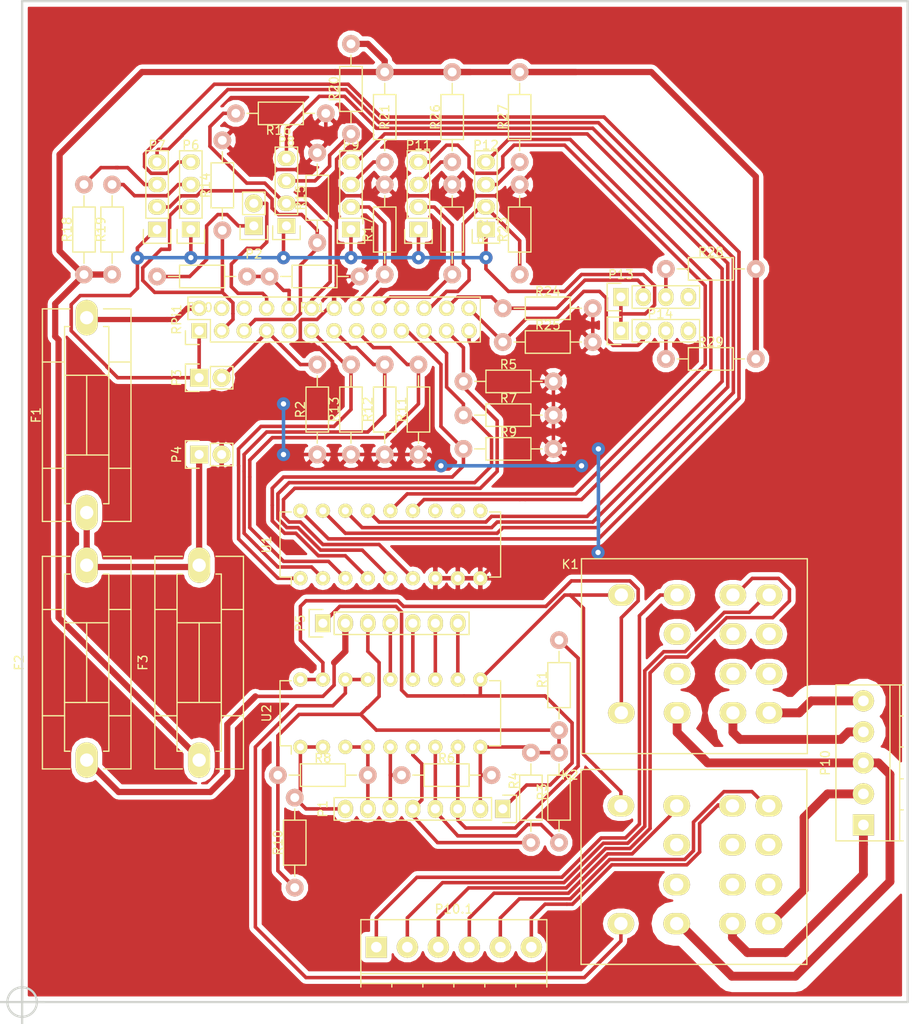
<source format=kicad_pcb>
(kicad_pcb (version 4) (host pcbnew 4.0.2+dfsg1-stable)
  (layers (0 F.Cu signal) (31 B.Cu signal) (34 B.Paste user) (35 F.Paste user) (36 B.SilkS user) (37 F.SilkS user) (38 B.Mask user) (39 F.Mask user) (44 Edge.Cuts user))
  (net 0 "")
  (net 1 "Net-(F1-Pad2)")
  (net 2 "Net-(F1-Pad1)")
  (net 3 "Net-(F2-Pad1)")
  (net 4 "Net-(F3-Pad1)")
  (net 5 "Net-(K1-Pad8)")
  (net 6 "Net-(K1-Pad9)")
  (net 7 "Net-(K1-Pad12)")
  (net 8 "Net-(K1-Pad13)")
  (net 9 "Net-(K1-Pad14)")
  (net 10 "Net-(K2-Pad8)")
  (net 11 "Net-(K2-Pad12)")
  (net 12 "Net-(K2-Pad13)")
  (net 13 "Net-(P1-Pad2)")
  (net 14 "Net-(P1-Pad3)")
  (net 15 "Net-(P1-Pad4)")
  (net 16 "Net-(P1-Pad5)")
  (net 17 "Net-(P1-Pad6)")
  (net 18 "Net-(P2-Pad1)")
  (net 19 "Net-(P2-Pad2)")
  (net 20 "Net-(P11-Pad1)")
  (net 21 "Net-(P3-Pad2)")
  (net 22 "Net-(P4-Pad2)")
  (net 23 "Net-(P5-Pad4)")
  (net 24 "Net-(P5-Pad5)")
  (net 25 "Net-(P5-Pad6)")
  (net 26 "Net-(P5-Pad7)")
  (net 27 "Net-(P6-Pad2)")
  (net 28 "Net-(P6-Pad3)")
  (net 29 "Net-(P6-Pad4)")
  (net 30 "Net-(P7-Pad2)")
  (net 31 "Net-(P7-Pad3)")
  (net 32 "Net-(P7-Pad4)")
  (net 33 "Net-(P8-Pad2)")
  (net 34 "Net-(P8-Pad3)")
  (net 35 "Net-(P8-Pad4)")
  (net 36 "Net-(P9-Pad2)")
  (net 37 "Net-(P9-Pad3)")
  (net 38 "Net-(P9-Pad4)")
  (net 39 "Net-(K1-Pad1)")
  (net 40 "Net-(K1-Pad5)")
  (net 41 "Net-(K2-Pad1)")
  (net 42 "Net-(K2-Pad5)")
  (net 43 "Net-(K1-Pad4)")
  (net 44 "Net-(K2-Pad4)")
  (net 45 "Net-(P11-Pad2)")
  (net 46 "Net-(P12-Pad2)")
  (net 47 "Net-(P13-Pad2)")
  (net 48 "Net-(P14-Pad2)")
  (net 49 "Net-(R5-Pad2)")
  (net 50 "Net-(R7-Pad2)")
  (net 51 "Net-(P1-Pad7)")
  (net 52 "Net-(R9-Pad2)")
  (net 53 "Net-(P1-Pad8)")
  (net 54 "Net-(R11-Pad2)")
  (net 55 "Net-(R12-Pad2)")
  (net 56 "Net-(R13-Pad2)")
  (net 57 "Net-(P11-Pad3)")
  (net 58 "Net-(P12-Pad3)")
  (net 59 "Net-(P13-Pad3)")
  (net 60 "Net-(P14-Pad3)")
  (net 61 "Net-(RPi1-Pad4)")
  (net 62 "Net-(RPi1-Pad9)")
  (net 63 "Net-(RPi1-Pad17)")
  (net 64 "Net-(RPi1-Pad20)")
  (net 65 "Net-(U1-Pad10)")
  (net 66 "Net-(U1-Pad11)")
  (net 67 "Net-(U1-Pad12)")
  (net 68 "Net-(P12-Pad4)")
  (net 69 "Net-(P11-Pad4)")
  (net 70 "Net-(P13-Pad4)")
  (net 71 "Net-(P14-Pad4)")
  (net 72 "Net-(R30-Pad1)")
  (net 73 "Net-(RPi1-Pad6)")
  (module Pin_Headers:Pin_Header_Straight_1x04 (layer F.Cu) (at 42.24 57.785 180)
    (fp_text reference P7 (at 0 9.525 180) (layer F.SilkS))
    (fp_text value CONN_TV_Zk)
    (pad 1 thru_hole rect (at 0 0 180) (size 2.032 1.7272) (drill 1.016) (layers *.Cu *.Mask F.SilkS) (net 20 "Net-(P11-Pad1)"))
    (pad 2 thru_hole oval (at 0 2.54 180) (size 2.032 1.7272) (drill 1.016) (layers *.Cu *.Mask F.SilkS) (net 30 "Net-(P7-Pad2)"))
    (pad 3 thru_hole oval (at 0 5.08 180) (size 2.032 1.7272) (drill 1.016) (layers *.Cu *.Mask F.SilkS) (net 31 "Net-(P7-Pad3)"))
    (pad 4 thru_hole oval (at 0 7.62 180) (size 2.032 1.7272) (drill 1.016) (layers *.Cu *.Mask F.SilkS) (net 32 "Net-(P7-Pad4)"))
  )
  (module Resistors_ThroughHole:Resistor_Horizontal_RM10mm (layer F.Cu) (at 37.16 52.705 270)
    (fp_text reference R18 (at 5.08 5.08 270) (layer F.SilkS))
    (fp_text value R240)
    (pad 1 thru_hole circle (at 0 0 270) (size 1.99898 1.99898) (drill 1.00076) (layers *.Cu *.SilkS *.Mask) (net 28 "Net-(P6-Pad3)"))
    (pad 2 thru_hole circle (at 10.16 0 270) (size 1.99898 1.99898) (drill 1.00076) (layers *.Cu *.SilkS *.Mask) (net 4 "Net-(F3-Pad1)"))
  )
  (module Resistors_ThroughHole:Resistor_Horizontal_RM10mm (layer F.Cu) (at 33.985 52.705 270)
    (fp_text reference R19 (at 5.08 -1.905 270) (layer F.SilkS))
    (fp_text value R240)
    (pad 1 thru_hole circle (at 0 0 270) (size 1.99898 1.99898) (drill 1.00076) (layers *.Cu *.SilkS *.Mask) (net 31 "Net-(P7-Pad3)"))
    (pad 2 thru_hole circle (at 10.16 0 270) (size 1.99898 1.99898) (drill 1.00076) (layers *.Cu *.SilkS *.Mask) (net 4 "Net-(F3-Pad1)"))
  )
  (module Pin_Headers:Pin_Header_Straight_1x04 (layer F.Cu) (at 46.05 57.785 180)
    (fp_text reference P6 (at 0 9.525 180) (layer F.SilkS))
    (fp_text value CONN_TV_Vr)
    (pad 1 thru_hole rect (at 0 0 180) (size 2.032 1.7272) (drill 1.016) (layers *.Cu *.Mask F.SilkS) (net 20 "Net-(P11-Pad1)"))
    (pad 2 thru_hole oval (at 0 2.54 180) (size 2.032 1.7272) (drill 1.016) (layers *.Cu *.Mask F.SilkS) (net 27 "Net-(P6-Pad2)"))
    (pad 3 thru_hole oval (at 0 5.08 180) (size 2.032 1.7272) (drill 1.016) (layers *.Cu *.Mask F.SilkS) (net 28 "Net-(P6-Pad3)"))
    (pad 4 thru_hole oval (at 0 7.62 180) (size 2.032 1.7272) (drill 1.016) (layers *.Cu *.Mask F.SilkS) (net 29 "Net-(P6-Pad4)"))
  )
  (module Pin_Headers:Pin_Header_Straight_1x02 (layer F.Cu) (at 46.99 74.515 90)
    (fp_text reference P3 (at 0 -2.54 90) (layer F.SilkS))
    (fp_text value CONN_Not-Aus)
    (pad 1 thru_hole rect (at 0 0 90) (size 2.032 2.032) (drill 1.016) (layers *.Cu *.Mask F.SilkS) (net 20 "Net-(P11-Pad1)"))
    (pad 2 thru_hole oval (at 0 2.54 90) (size 2.032 2.032) (drill 1.016) (layers *.Cu *.Mask F.SilkS) (net 21 "Net-(P3-Pad2)"))
  )
  (module Pin_Headers:Pin_Header_Straight_2x13 (layer F.Cu) (at 46.99 69.215 90)
    (fp_text reference RPi1 (at 1.27 -2.54 90) (layer F.SilkS))
    (fp_text value RASPBERRY_IO)
    (pad 1 thru_hole rect (at 0 0 90) (size 1.7272 1.7272) (drill 1.016) (layers *.Cu *.Mask F.SilkS) (net 20 "Net-(P11-Pad1)"))
    (pad 2 thru_hole oval (at 2.54 0 90) (size 1.7272 1.7272) (drill 1.016) (layers *.Cu *.Mask F.SilkS) (net 1 "Net-(F1-Pad2)"))
    (pad 3 thru_hole oval (at 0 2.54 90) (size 1.7272 1.7272) (drill 1.016) (layers *.Cu *.Mask F.SilkS) (net 27 "Net-(P6-Pad2)"))
    (pad 4 thru_hole oval (at 2.54 2.54 90) (size 1.7272 1.7272) (drill 1.016) (layers *.Cu *.Mask F.SilkS) (net 61 "Net-(RPi1-Pad4)"))
    (pad 5 thru_hole oval (at 0 5.08 90) (size 1.7272 1.7272) (drill 1.016) (layers *.Cu *.Mask F.SilkS) (net 30 "Net-(P7-Pad2)"))
    (pad 6 thru_hole oval (at 2.54 5.08 90) (size 1.7272 1.7272) (drill 1.016) (layers *.Cu *.Mask F.SilkS) (net 73 "Net-(RPi1-Pad6)"))
    (pad 7 thru_hole oval (at 0 7.62 90) (size 1.7272 1.7272) (drill 1.016) (layers *.Cu *.Mask F.SilkS) (net 21 "Net-(P3-Pad2)"))
    (pad 8 thru_hole oval (at 2.54 7.62 90) (size 1.7272 1.7272) (drill 1.016) (layers *.Cu *.Mask F.SilkS) (net 19 "Net-(P2-Pad2)"))
    (pad 9 thru_hole oval (at 0 10.16 90) (size 1.7272 1.7272) (drill 1.016) (layers *.Cu *.Mask F.SilkS) (net 62 "Net-(RPi1-Pad9)"))
    (pad 10 thru_hole oval (at 2.54 10.16 90) (size 1.7272 1.7272) (drill 1.016) (layers *.Cu *.Mask F.SilkS) (net 72 "Net-(R30-Pad1)"))
    (pad 11 thru_hole oval (at 0 12.7 90) (size 1.7272 1.7272) (drill 1.016) (layers *.Cu *.Mask F.SilkS) (net 56 "Net-(R13-Pad2)"))
    (pad 12 thru_hole oval (at 2.54 12.7 90) (size 1.7272 1.7272) (drill 1.016) (layers *.Cu *.Mask F.SilkS) (net 33 "Net-(P8-Pad2)"))
    (pad 13 thru_hole oval (at 0 15.24 90) (size 1.7272 1.7272) (drill 1.016) (layers *.Cu *.Mask F.SilkS) (net 55 "Net-(R12-Pad2)"))
    (pad 14 thru_hole oval (at 2.54 15.24 90) (size 1.7272 1.7272) (drill 1.016) (layers *.Cu *.Mask F.SilkS) (net 22 "Net-(P4-Pad2)"))
    (pad 15 thru_hole oval (at 0 17.78 90) (size 1.7272 1.7272) (drill 1.016) (layers *.Cu *.Mask F.SilkS) (net 54 "Net-(R11-Pad2)"))
    (pad 16 thru_hole oval (at 2.54 17.78 90) (size 1.7272 1.7272) (drill 1.016) (layers *.Cu *.Mask F.SilkS) (net 36 "Net-(P9-Pad2)"))
    (pad 17 thru_hole oval (at 0 20.32 90) (size 1.7272 1.7272) (drill 1.016) (layers *.Cu *.Mask F.SilkS) (net 63 "Net-(RPi1-Pad17)"))
    (pad 18 thru_hole oval (at 2.54 20.32 90) (size 1.7272 1.7272) (drill 1.016) (layers *.Cu *.Mask F.SilkS) (net 45 "Net-(P11-Pad2)"))
    (pad 19 thru_hole oval (at 0 22.86 90) (size 1.7272 1.7272) (drill 1.016) (layers *.Cu *.Mask F.SilkS) (net 52 "Net-(R9-Pad2)"))
    (pad 20 thru_hole oval (at 2.54 22.86 90) (size 1.7272 1.7272) (drill 1.016) (layers *.Cu *.Mask F.SilkS) (net 64 "Net-(RPi1-Pad20)"))
    (pad 21 thru_hole oval (at 0 25.4 90) (size 1.7272 1.7272) (drill 1.016) (layers *.Cu *.Mask F.SilkS) (net 50 "Net-(R7-Pad2)"))
    (pad 22 thru_hole oval (at 2.54 25.4 90) (size 1.7272 1.7272) (drill 1.016) (layers *.Cu *.Mask F.SilkS) (net 46 "Net-(P12-Pad2)"))
    (pad 23 thru_hole oval (at 0 27.94 90) (size 1.7272 1.7272) (drill 1.016) (layers *.Cu *.Mask F.SilkS) (net 49 "Net-(R5-Pad2)"))
    (pad 24 thru_hole oval (at 2.54 27.94 90) (size 1.7272 1.7272) (drill 1.016) (layers *.Cu *.Mask F.SilkS) (net 47 "Net-(P13-Pad2)"))
    (pad 25 thru_hole oval (at 0 30.48 90) (size 1.7272 1.7272) (drill 1.016) (layers *.Cu *.Mask F.SilkS) (net 22 "Net-(P4-Pad2)"))
    (pad 26 thru_hole oval (at 2.54 30.48 90) (size 1.7272 1.7272) (drill 1.016) (layers *.Cu *.Mask F.SilkS) (net 48 "Net-(P14-Pad2)"))
  )
  (module Resistors_ThroughHole:Resistor_Horizontal_RM10mm (layer F.Cu) (at 60.325 83.185 90)
    (fp_text reference R2 (at 5.08 -1.905 90) (layer F.SilkS))
    (fp_text value R10k)
    (pad 1 thru_hole circle (at 0 0 90) (size 1.99898 1.99898) (drill 1.00076) (layers *.Cu *.SilkS *.Mask) (net 22 "Net-(P4-Pad2)"))
    (pad 2 thru_hole circle (at 10.16 0 90) (size 1.99898 1.99898) (drill 1.00076) (layers *.Cu *.SilkS *.Mask) (net 21 "Net-(P3-Pad2)"))
  )
  (module Resistors_ThroughHole:Resistor_Horizontal_RM10mm (layer F.Cu) (at 64.135 83.185 90)
    (fp_text reference R13 (at 5.08 -1.905 90) (layer F.SilkS))
    (fp_text value R10k)
    (pad 1 thru_hole circle (at 0 0 90) (size 1.99898 1.99898) (drill 1.00076) (layers *.Cu *.SilkS *.Mask) (net 22 "Net-(P4-Pad2)"))
    (pad 2 thru_hole circle (at 10.16 0 90) (size 1.99898 1.99898) (drill 1.00076) (layers *.Cu *.SilkS *.Mask) (net 56 "Net-(R13-Pad2)"))
  )
  (module Resistors_ThroughHole:Resistor_Horizontal_RM10mm (layer F.Cu) (at 67.945 83.185 90)
    (fp_text reference R12 (at 5.08 -1.905 90) (layer F.SilkS))
    (fp_text value R10k)
    (pad 1 thru_hole circle (at 0 0 90) (size 1.99898 1.99898) (drill 1.00076) (layers *.Cu *.SilkS *.Mask) (net 22 "Net-(P4-Pad2)"))
    (pad 2 thru_hole circle (at 10.16 0 90) (size 1.99898 1.99898) (drill 1.00076) (layers *.Cu *.SilkS *.Mask) (net 55 "Net-(R12-Pad2)"))
  )
  (module Resistors_ThroughHole:Resistor_Horizontal_RM10mm (layer F.Cu) (at 71.755 83.185 90)
    (fp_text reference R11 (at 5.08 -1.905 90) (layer F.SilkS))
    (fp_text value R10k)
    (pad 1 thru_hole circle (at 0 0 90) (size 1.99898 1.99898) (drill 1.00076) (layers *.Cu *.SilkS *.Mask) (net 22 "Net-(P4-Pad2)"))
    (pad 2 thru_hole circle (at 10.16 0 90) (size 1.99898 1.99898) (drill 1.00076) (layers *.Cu *.SilkS *.Mask) (net 54 "Net-(R11-Pad2)"))
  )
  (module Pin_Headers:Pin_Header_Straight_1x02 (layer F.Cu) (at 53.162 57.37 180)
    (fp_text reference P2 (at 0 -3.175 180) (layer F.SilkS))
    (fp_text value CONN_RS232)
    (pad 1 thru_hole rect (at 0 0 180) (size 2.032 2.032) (drill 1.016) (layers *.Cu *.Mask F.SilkS) (net 18 "Net-(P2-Pad1)"))
    (pad 2 thru_hole oval (at 0 2.54 180) (size 2.032 2.032) (drill 1.016) (layers *.Cu *.Mask F.SilkS) (net 19 "Net-(P2-Pad2)"))
  )
  (module Resistors_ThroughHole:Resistor_Horizontal_RM10mm (layer F.Cu) (at 67.945 50.165 90)
    (fp_text reference R21 (at 5.08 0 90) (layer F.SilkS))
    (fp_text value R240)
    (pad 1 thru_hole circle (at 0 0 90) (size 1.99898 1.99898) (drill 1.00076) (layers *.Cu *.SilkS *.Mask) (net 37 "Net-(P9-Pad3)"))
    (pad 2 thru_hole circle (at 10.16 0 90) (size 1.99898 1.99898) (drill 1.00076) (layers *.Cu *.SilkS *.Mask) (net 4 "Net-(F3-Pad1)"))
  )
  (module Resistors_ThroughHole:Resistor_Horizontal_RM10mm (layer F.Cu) (at 83.185 50.165 90)
    (fp_text reference R27 (at 5.08 -1.905 90) (layer F.SilkS))
    (fp_text value R240)
    (pad 1 thru_hole circle (at 0 0 90) (size 1.99898 1.99898) (drill 1.00076) (layers *.Cu *.SilkS *.Mask) (net 58 "Net-(P12-Pad3)"))
    (pad 2 thru_hole circle (at 10.16 0 90) (size 1.99898 1.99898) (drill 1.00076) (layers *.Cu *.SilkS *.Mask) (net 4 "Net-(F3-Pad1)"))
  )
  (module Resistors_ThroughHole:Resistor_Horizontal_RM10mm (layer F.Cu) (at 64.135 46.99 90)
    (fp_text reference R20 (at 5.08 -1.905 90) (layer F.SilkS))
    (fp_text value R240)
    (pad 1 thru_hole circle (at 0 0 90) (size 1.99898 1.99898) (drill 1.00076) (layers *.Cu *.SilkS *.Mask) (net 34 "Net-(P8-Pad3)"))
    (pad 2 thru_hole circle (at 10.16 0 90) (size 1.99898 1.99898) (drill 1.00076) (layers *.Cu *.SilkS *.Mask) (net 4 "Net-(F3-Pad1)"))
  )
  (module Resistors_ThroughHole:Resistor_Horizontal_RM10mm (layer F.Cu) (at 75.565 50.165 90)
    (fp_text reference R26 (at 5.08 -1.905 90) (layer F.SilkS))
    (fp_text value R240)
    (pad 1 thru_hole circle (at 0 0 90) (size 1.99898 1.99898) (drill 1.00076) (layers *.Cu *.SilkS *.Mask) (net 57 "Net-(P11-Pad3)"))
    (pad 2 thru_hole circle (at 10.16 0 90) (size 1.99898 1.99898) (drill 1.00076) (layers *.Cu *.SilkS *.Mask) (net 4 "Net-(F3-Pad1)"))
  )
  (module Resistors_ThroughHole:Resistor_Horizontal_RM10mm (layer F.Cu) (at 49.606 47.718 270)
    (fp_text reference R14 (at 5.08 1.905 270) (layer F.SilkS))
    (fp_text value R10k)
    (pad 1 thru_hole circle (at 0 0 270) (size 1.99898 1.99898) (drill 1.00076) (layers *.Cu *.SilkS *.Mask) (net 22 "Net-(P4-Pad2)"))
    (pad 2 thru_hole circle (at 10.16 0 270) (size 1.99898 1.99898) (drill 1.00076) (layers *.Cu *.SilkS *.Mask) (net 27 "Net-(P6-Pad2)"))
  )
  (module Pin_Headers:Pin_Header_Straight_1x04 (layer F.Cu) (at 56.845 57.37 180)
    (fp_text reference P8 (at 0 9.525 180) (layer F.SilkS))
    (fp_text value CONN_TV_GZk)
    (pad 1 thru_hole rect (at 0 0 180) (size 2.032 1.7272) (drill 1.016) (layers *.Cu *.Mask F.SilkS) (net 20 "Net-(P11-Pad1)"))
    (pad 2 thru_hole oval (at 0 2.54 180) (size 2.032 1.7272) (drill 1.016) (layers *.Cu *.Mask F.SilkS) (net 33 "Net-(P8-Pad2)"))
    (pad 3 thru_hole oval (at 0 5.08 180) (size 2.032 1.7272) (drill 1.016) (layers *.Cu *.Mask F.SilkS) (net 34 "Net-(P8-Pad3)"))
    (pad 4 thru_hole oval (at 0 7.62 180) (size 2.032 1.7272) (drill 1.016) (layers *.Cu *.Mask F.SilkS) (net 35 "Net-(P8-Pad4)"))
  )
  (module Pin_Headers:Pin_Header_Straight_1x04 (layer F.Cu) (at 64.135 57.785 180)
    (fp_text reference P9 (at 0 9.525 180) (layer F.SilkS))
    (fp_text value CONN_TS_Vr)
    (pad 1 thru_hole rect (at 0 0 180) (size 2.032 1.7272) (drill 1.016) (layers *.Cu *.Mask F.SilkS) (net 20 "Net-(P11-Pad1)"))
    (pad 2 thru_hole oval (at 0 2.54 180) (size 2.032 1.7272) (drill 1.016) (layers *.Cu *.Mask F.SilkS) (net 36 "Net-(P9-Pad2)"))
    (pad 3 thru_hole oval (at 0 5.08 180) (size 2.032 1.7272) (drill 1.016) (layers *.Cu *.Mask F.SilkS) (net 37 "Net-(P9-Pad3)"))
    (pad 4 thru_hole oval (at 0 7.62 180) (size 2.032 1.7272) (drill 1.016) (layers *.Cu *.Mask F.SilkS) (net 38 "Net-(P9-Pad4)"))
  )
  (module Resistors_ThroughHole:Resistor_Horizontal_RM10mm (layer F.Cu) (at 60.325 49.115 270)
    (fp_text reference R15 (at 5.08 1.905 270) (layer F.SilkS))
    (fp_text value R10k)
    (pad 1 thru_hole circle (at 0 0 270) (size 1.99898 1.99898) (drill 1.00076) (layers *.Cu *.SilkS *.Mask) (net 22 "Net-(P4-Pad2)"))
    (pad 2 thru_hole circle (at 10.16 0 270) (size 1.99898 1.99898) (drill 1.00076) (layers *.Cu *.SilkS *.Mask) (net 30 "Net-(P7-Pad2)"))
  )
  (module Resistors_ThroughHole:Resistor_Horizontal_RM10mm (layer F.Cu) (at 61.29 44.67 180)
    (fp_text reference R16 (at 5.334 -1.905 180) (layer F.SilkS))
    (fp_text value R10k)
    (pad 1 thru_hole circle (at 0 0 180) (size 1.99898 1.99898) (drill 1.00076) (layers *.Cu *.SilkS *.Mask) (net 22 "Net-(P4-Pad2)"))
    (pad 2 thru_hole circle (at 10.16 0 180) (size 1.99898 1.99898) (drill 1.00076) (layers *.Cu *.SilkS *.Mask) (net 33 "Net-(P8-Pad2)"))
  )
  (module Pin_Headers:Pin_Header_Straight_1x04 (layer F.Cu) (at 79.375 57.785 180)
    (fp_text reference P12 (at 0 9.525 180) (layer F.SilkS))
    (fp_text value CONN_TS_Snt)
    (pad 1 thru_hole rect (at 0 0 180) (size 2.032 1.7272) (drill 1.016) (layers *.Cu *.Mask F.SilkS) (net 20 "Net-(P11-Pad1)"))
    (pad 2 thru_hole oval (at 0 2.54 180) (size 2.032 1.7272) (drill 1.016) (layers *.Cu *.Mask F.SilkS) (net 46 "Net-(P12-Pad2)"))
    (pad 3 thru_hole oval (at 0 5.08 180) (size 2.032 1.7272) (drill 1.016) (layers *.Cu *.Mask F.SilkS) (net 58 "Net-(P12-Pad3)"))
    (pad 4 thru_hole oval (at 0 7.62 180) (size 2.032 1.7272) (drill 1.016) (layers *.Cu *.Mask F.SilkS) (net 68 "Net-(P12-Pad4)"))
  )
  (module Pin_Headers:Pin_Header_Straight_1x04 (layer F.Cu) (at 71.755 57.785 180)
    (fp_text reference P11 (at 0 9.525 180) (layer F.SilkS))
    (fp_text value CONN_TS_Zk)
    (pad 1 thru_hole rect (at 0 0 180) (size 2.032 1.7272) (drill 1.016) (layers *.Cu *.Mask F.SilkS) (net 20 "Net-(P11-Pad1)"))
    (pad 2 thru_hole oval (at 0 2.54 180) (size 2.032 1.7272) (drill 1.016) (layers *.Cu *.Mask F.SilkS) (net 45 "Net-(P11-Pad2)"))
    (pad 3 thru_hole oval (at 0 5.08 180) (size 2.032 1.7272) (drill 1.016) (layers *.Cu *.Mask F.SilkS) (net 57 "Net-(P11-Pad3)"))
    (pad 4 thru_hole oval (at 0 7.62 180) (size 2.032 1.7272) (drill 1.016) (layers *.Cu *.Mask F.SilkS) (net 69 "Net-(P11-Pad4)"))
  )
  (module Resistors_ThroughHole:Resistor_Horizontal_RM10mm (layer F.Cu) (at 83.185 52.705 270)
    (fp_text reference R23 (at 5.08 1.905 270) (layer F.SilkS))
    (fp_text value R10k)
    (pad 1 thru_hole circle (at 0 0 270) (size 1.99898 1.99898) (drill 1.00076) (layers *.Cu *.SilkS *.Mask) (net 22 "Net-(P4-Pad2)"))
    (pad 2 thru_hole circle (at 10.16 0 270) (size 1.99898 1.99898) (drill 1.00076) (layers *.Cu *.SilkS *.Mask) (net 46 "Net-(P12-Pad2)"))
  )
  (module Resistors_ThroughHole:Resistor_Horizontal_RM10mm (layer F.Cu) (at 75.565 52.705 270)
    (fp_text reference R22 (at 5.32892 -3.50012 270) (layer F.SilkS))
    (fp_text value R10k)
    (pad 1 thru_hole circle (at 0 0 270) (size 1.99898 1.99898) (drill 1.00076) (layers *.Cu *.SilkS *.Mask) (net 22 "Net-(P4-Pad2)"))
    (pad 2 thru_hole circle (at 10.16 0 270) (size 1.99898 1.99898) (drill 1.00076) (layers *.Cu *.SilkS *.Mask) (net 45 "Net-(P11-Pad2)"))
  )
  (module Resistors_ThroughHole:Resistor_Horizontal_RM10mm (layer F.Cu) (at 67.945 52.705 270)
    (fp_text reference R17 (at 5.08 1.905 270) (layer F.SilkS))
    (fp_text value R10k)
    (pad 1 thru_hole circle (at 0 0 270) (size 1.99898 1.99898) (drill 1.00076) (layers *.Cu *.SilkS *.Mask) (net 22 "Net-(P4-Pad2)"))
    (pad 2 thru_hole circle (at 10.16 0 270) (size 1.99898 1.99898) (drill 1.00076) (layers *.Cu *.SilkS *.Mask) (net 36 "Net-(P9-Pad2)"))
  )
  (module Fuse_Holders_and_Fuses:Fuseholder5x20_horiz_SemiClosed_Casing10x25mm (layer F.Cu) (at 34.29 78.74 90)
    (fp_text reference F1 (at 0 -5.715 90) (layer F.SilkS))
    (fp_text value 1A)
    (pad 2 thru_hole oval (at 11.00074 0) (size 2.49936 4.0005) (drill 1.50114) (layers *.Cu *.Mask F.SilkS) (net 1 "Net-(F1-Pad2)"))
    (pad 1 thru_hole oval (at -11.00074 0) (size 2.49936 4.0005) (drill 1.50114) (layers *.Cu *.Mask F.SilkS) (net 2 "Net-(F1-Pad1)"))
  )
  (module Pin_Headers:Pin_Header_Straight_1x02 (layer F.Cu) (at 46.99 83.185 90)
    (fp_text reference P4 (at 0 -2.54 90) (layer F.SilkS))
    (fp_text value CONN_SUPPLY)
    (pad 1 thru_hole rect (at 0 0 90) (size 2.032 2.032) (drill 1.016) (layers *.Cu *.Mask F.SilkS) (net 2 "Net-(F1-Pad1)"))
    (pad 2 thru_hole oval (at 0 2.54 90) (size 2.032 2.032) (drill 1.016) (layers *.Cu *.Mask F.SilkS) (net 22 "Net-(P4-Pad2)"))
  )
  (module Resistors_ThroughHole:Resistor_Horizontal_RM10mm (layer F.Cu) (at 91.44 66.675 180)
    (fp_text reference R24 (at 5.08 1.905 180) (layer F.SilkS))
    (fp_text value R10k)
    (pad 1 thru_hole circle (at 0 0 180) (size 1.99898 1.99898) (drill 1.00076) (layers *.Cu *.SilkS *.Mask) (net 22 "Net-(P4-Pad2)"))
    (pad 2 thru_hole circle (at 10.16 0 180) (size 1.99898 1.99898) (drill 1.00076) (layers *.Cu *.SilkS *.Mask) (net 47 "Net-(P13-Pad2)"))
  )
  (module Resistors_ThroughHole:Resistor_Horizontal_RM10mm (layer F.Cu) (at 86.995 82.55 180)
    (fp_text reference R9 (at 5.08 1.905 180) (layer F.SilkS))
    (fp_text value R10k)
    (pad 1 thru_hole circle (at 0 0 180) (size 1.99898 1.99898) (drill 1.00076) (layers *.Cu *.SilkS *.Mask) (net 22 "Net-(P4-Pad2)"))
    (pad 2 thru_hole circle (at 10.16 0 180) (size 1.99898 1.99898) (drill 1.00076) (layers *.Cu *.SilkS *.Mask) (net 52 "Net-(R9-Pad2)"))
  )
  (module Resistors_ThroughHole:Resistor_Horizontal_RM10mm (layer F.Cu) (at 91.44 70.485 180)
    (fp_text reference R25 (at 5.08 1.905 180) (layer F.SilkS))
    (fp_text value R10k)
    (pad 1 thru_hole circle (at 0 0 180) (size 1.99898 1.99898) (drill 1.00076) (layers *.Cu *.SilkS *.Mask) (net 22 "Net-(P4-Pad2)"))
    (pad 2 thru_hole circle (at 10.16 0 180) (size 1.99898 1.99898) (drill 1.00076) (layers *.Cu *.SilkS *.Mask) (net 48 "Net-(P14-Pad2)"))
  )
  (module Resistors_ThroughHole:Resistor_Horizontal_RM10mm (layer F.Cu) (at 86.995 74.93 180)
    (fp_text reference R5 (at 5.08 1.905 180) (layer F.SilkS))
    (fp_text value R10k)
    (pad 1 thru_hole circle (at 0 0 180) (size 1.99898 1.99898) (drill 1.00076) (layers *.Cu *.SilkS *.Mask) (net 22 "Net-(P4-Pad2)"))
    (pad 2 thru_hole circle (at 10.16 0 180) (size 1.99898 1.99898) (drill 1.00076) (layers *.Cu *.SilkS *.Mask) (net 49 "Net-(R5-Pad2)"))
  )
  (module Resistors_ThroughHole:Resistor_Horizontal_RM10mm (layer F.Cu) (at 86.995 78.74 180)
    (fp_text reference R7 (at 5.08 1.905 180) (layer F.SilkS))
    (fp_text value R10k)
    (pad 1 thru_hole circle (at 0 0 180) (size 1.99898 1.99898) (drill 1.00076) (layers *.Cu *.SilkS *.Mask) (net 22 "Net-(P4-Pad2)"))
    (pad 2 thru_hole circle (at 10.16 0 180) (size 1.99898 1.99898) (drill 1.00076) (layers *.Cu *.SilkS *.Mask) (net 50 "Net-(R7-Pad2)"))
  )
  (module Pin_Headers:Pin_Header_Straight_1x04 (layer F.Cu) (at 94.615 65.405 90)
    (fp_text reference P13 (at 2.54 0 180) (layer F.SilkS))
    (fp_text value CONN_T_Res)
    (pad 1 thru_hole rect (at 0 0 90) (size 2.032 1.7272) (drill 1.016) (layers *.Cu *.Mask F.SilkS) (net 20 "Net-(P11-Pad1)"))
    (pad 2 thru_hole oval (at 0 2.54 90) (size 2.032 1.7272) (drill 1.016) (layers *.Cu *.Mask F.SilkS) (net 47 "Net-(P13-Pad2)"))
    (pad 3 thru_hole oval (at 0 5.08 90) (size 2.032 1.7272) (drill 1.016) (layers *.Cu *.Mask F.SilkS) (net 59 "Net-(P13-Pad3)"))
    (pad 4 thru_hole oval (at 0 7.62 90) (size 2.032 1.7272) (drill 1.016) (layers *.Cu *.Mask F.SilkS) (net 70 "Net-(P13-Pad4)"))
  )
  (module Resistors_ThroughHole:Resistor_Horizontal_RM10mm (layer F.Cu) (at 99.695 72.39)
    (fp_text reference R29 (at 5.08 -1.905) (layer F.SilkS))
    (fp_text value R240)
    (pad 1 thru_hole circle (at 0 0) (size 1.99898 1.99898) (drill 1.00076) (layers *.Cu *.SilkS *.Mask) (net 60 "Net-(P14-Pad3)"))
    (pad 2 thru_hole circle (at 10.16 0) (size 1.99898 1.99898) (drill 1.00076) (layers *.Cu *.SilkS *.Mask) (net 4 "Net-(F3-Pad1)"))
  )
  (module Pin_Headers:Pin_Header_Straight_1x04 (layer F.Cu) (at 94.615 69.215 90)
    (fp_text reference P14 (at 1.905 4.445 180) (layer F.SilkS))
    (fp_text value CONN_T_Res)
    (pad 1 thru_hole rect (at 0 0 90) (size 2.032 1.7272) (drill 1.016) (layers *.Cu *.Mask F.SilkS) (net 20 "Net-(P11-Pad1)"))
    (pad 2 thru_hole oval (at 0 2.54 90) (size 2.032 1.7272) (drill 1.016) (layers *.Cu *.Mask F.SilkS) (net 48 "Net-(P14-Pad2)"))
    (pad 3 thru_hole oval (at 0 5.08 90) (size 2.032 1.7272) (drill 1.016) (layers *.Cu *.Mask F.SilkS) (net 60 "Net-(P14-Pad3)"))
    (pad 4 thru_hole oval (at 0 7.62 90) (size 2.032 1.7272) (drill 1.016) (layers *.Cu *.Mask F.SilkS) (net 71 "Net-(P14-Pad4)"))
  )
  (module Resistors_ThroughHole:Resistor_Horizontal_RM10mm (layer F.Cu) (at 99.695 62.23)
    (fp_text reference R28 (at 5.08 -1.905) (layer F.SilkS))
    (fp_text value R240)
    (pad 1 thru_hole circle (at 0 0) (size 1.99898 1.99898) (drill 1.00076) (layers *.Cu *.SilkS *.Mask) (net 59 "Net-(P13-Pad3)"))
    (pad 2 thru_hole circle (at 10.16 0) (size 1.99898 1.99898) (drill 1.00076) (layers *.Cu *.SilkS *.Mask) (net 4 "Net-(F3-Pad1)"))
  )
  (module Housings_DIP:DIP-18_W7.62mm (layer F.Cu) (at 58.42 97.155 90)
    (fp_text reference U1 (at 3.81 -3.81 90) (layer F.SilkS))
    (fp_text value ULN2803)
    (pad 1 thru_hole oval (at 0 0 90) (size 1.6 1.6) (drill 0.8) (layers *.Cu *.Mask F.SilkS) (net 56 "Net-(R13-Pad2)"))
    (pad 2 thru_hole oval (at 0 2.54 90) (size 1.6 1.6) (drill 0.8) (layers *.Cu *.Mask F.SilkS) (net 55 "Net-(R12-Pad2)"))
    (pad 3 thru_hole oval (at 0 5.08 90) (size 1.6 1.6) (drill 0.8) (layers *.Cu *.Mask F.SilkS) (net 54 "Net-(R11-Pad2)"))
    (pad 4 thru_hole oval (at 0 7.62 90) (size 1.6 1.6) (drill 0.8) (layers *.Cu *.Mask F.SilkS) (net 52 "Net-(R9-Pad2)"))
    (pad 5 thru_hole oval (at 0 10.16 90) (size 1.6 1.6) (drill 0.8) (layers *.Cu *.Mask F.SilkS) (net 50 "Net-(R7-Pad2)"))
    (pad 6 thru_hole oval (at 0 12.7 90) (size 1.6 1.6) (drill 0.8) (layers *.Cu *.Mask F.SilkS) (net 49 "Net-(R5-Pad2)"))
    (pad 7 thru_hole oval (at 0 15.24 90) (size 1.6 1.6) (drill 0.8) (layers *.Cu *.Mask F.SilkS) (net 22 "Net-(P4-Pad2)"))
    (pad 8 thru_hole oval (at 0 17.78 90) (size 1.6 1.6) (drill 0.8) (layers *.Cu *.Mask F.SilkS) (net 22 "Net-(P4-Pad2)"))
    (pad 9 thru_hole oval (at 0 20.32 90) (size 1.6 1.6) (drill 0.8) (layers *.Cu *.Mask F.SilkS) (net 22 "Net-(P4-Pad2)"))
    (pad 10 thru_hole oval (at 7.62 20.32 90) (size 1.6 1.6) (drill 0.8) (layers *.Cu *.Mask F.SilkS) (net 65 "Net-(U1-Pad10)"))
    (pad 11 thru_hole oval (at 7.62 17.78 90) (size 1.6 1.6) (drill 0.8) (layers *.Cu *.Mask F.SilkS) (net 66 "Net-(U1-Pad11)"))
    (pad 12 thru_hole oval (at 7.62 15.24 90) (size 1.6 1.6) (drill 0.8) (layers *.Cu *.Mask F.SilkS) (net 67 "Net-(U1-Pad12)"))
    (pad 13 thru_hole oval (at 7.62 12.7 90) (size 1.6 1.6) (drill 0.8) (layers *.Cu *.Mask F.SilkS) (net 68 "Net-(P12-Pad4)"))
    (pad 14 thru_hole oval (at 7.62 10.16 90) (size 1.6 1.6) (drill 0.8) (layers *.Cu *.Mask F.SilkS) (net 69 "Net-(P11-Pad4)"))
    (pad 15 thru_hole oval (at 7.62 7.62 90) (size 1.6 1.6) (drill 0.8) (layers *.Cu *.Mask F.SilkS) (net 38 "Net-(P9-Pad4)"))
    (pad 16 thru_hole oval (at 7.62 5.08 90) (size 1.6 1.6) (drill 0.8) (layers *.Cu *.Mask F.SilkS) (net 35 "Net-(P8-Pad4)"))
    (pad 17 thru_hole oval (at 7.62 2.54 90) (size 1.6 1.6) (drill 0.8) (layers *.Cu *.Mask F.SilkS) (net 32 "Net-(P7-Pad4)"))
    (pad 18 thru_hole oval (at 7.62 0 90) (size 1.6 1.6) (drill 0.8) (layers *.Cu *.Mask F.SilkS) (net 29 "Net-(P6-Pad4)"))
  )
  (module Fuse_Holders_and_Fuses:Fuseholder5x20_horiz_SemiClosed_Casing10x25mm (layer F.Cu) (at 46.99 106.68 90)
    (fp_text reference F3 (at 0 -6.35 90) (layer F.SilkS))
    (fp_text value 1A)
    (pad 2 thru_hole oval (at 11.00074 0) (size 2.49936 4.0005) (drill 1.50114) (layers *.Cu *.Mask F.SilkS) (net 2 "Net-(F1-Pad1)"))
    (pad 1 thru_hole oval (at -11.00074 0) (size 2.49936 4.0005) (drill 1.50114) (layers *.Cu *.Mask F.SilkS) (net 4 "Net-(F3-Pad1)"))
  )
  (module Resistors_ThroughHole:Resistor_Horizontal_RM10mm (layer F.Cu) (at 66.04 119.38 180)
    (fp_text reference R8 (at 5.08 1.905 180) (layer F.SilkS))
    (fp_text value R10k)
    (pad 1 thru_hole circle (at 0 0 180) (size 1.99898 1.99898) (drill 1.00076) (layers *.Cu *.SilkS *.Mask) (net 51 "Net-(P1-Pad7)"))
    (pad 2 thru_hole circle (at 10.16 0 180) (size 1.99898 1.99898) (drill 1.00076) (layers *.Cu *.SilkS *.Mask) (net 13 "Net-(P1-Pad2)"))
  )
  (module Fuse_Holders_and_Fuses:Fuseholder5x20_horiz_SemiClosed_Casing10x25mm (layer F.Cu) (at 34.29 106.68 90)
    (fp_text reference F2 (at 0 -7.62 90) (layer F.SilkS))
    (fp_text value 1A)
    (pad 2 thru_hole oval (at 11.00074 0) (size 2.49936 4.0005) (drill 1.50114) (layers *.Cu *.Mask F.SilkS) (net 2 "Net-(F1-Pad1)"))
    (pad 1 thru_hole oval (at -11.00074 0) (size 2.49936 4.0005) (drill 1.50114) (layers *.Cu *.Mask F.SilkS) (net 3 "Net-(F2-Pad1)"))
  )
  (module Resistors_ThroughHole:Resistor_Horizontal_RM10mm (layer F.Cu) (at 87.63 104.14 270)
    (fp_text reference R1 (at 4.445 1.905 270) (layer F.SilkS))
    (fp_text value R10k)
    (pad 1 thru_hole circle (at 0 0 270) (size 1.99898 1.99898) (drill 1.00076) (layers *.Cu *.SilkS *.Mask) (net 14 "Net-(P1-Pad3)"))
    (pad 2 thru_hole circle (at 10.16 0 270) (size 1.99898 1.99898) (drill 1.00076) (layers *.Cu *.SilkS *.Mask) (net 13 "Net-(P1-Pad2)"))
  )
  (module Resistors_ThroughHole:Resistor_Horizontal_RM10mm (layer F.Cu) (at 87.63 127 90)
    (fp_text reference R3 (at 5.715 -1.905 90) (layer F.SilkS))
    (fp_text value R10k)
    (pad 1 thru_hole circle (at 0 0 90) (size 1.99898 1.99898) (drill 1.00076) (layers *.Cu *.SilkS *.Mask) (net 15 "Net-(P1-Pad4)"))
    (pad 2 thru_hole circle (at 10.16 0 90) (size 1.99898 1.99898) (drill 1.00076) (layers *.Cu *.SilkS *.Mask) (net 13 "Net-(P1-Pad2)"))
  )
  (module Pin_Headers:Pin_Header_Straight_1x07 (layer F.Cu) (at 60.96 102.235 90)
    (fp_text reference P5 (at 0 -2.54 90) (layer F.SilkS))
    (fp_text value CONN_Aux_Res)
    (pad 1 thru_hole rect (at 0 0 90) (size 2.032 1.7272) (drill 1.016) (layers *.Cu *.Mask F.SilkS) (net 9 "Net-(K1-Pad14)"))
    (pad 2 thru_hole oval (at 0 2.54 90) (size 2.032 1.7272) (drill 1.016) (layers *.Cu *.Mask F.SilkS) (net 3 "Net-(F2-Pad1)"))
    (pad 3 thru_hole oval (at 0 5.08 90) (size 2.032 1.7272) (drill 1.016) (layers *.Cu *.Mask F.SilkS) (net 13 "Net-(P1-Pad2)"))
    (pad 4 thru_hole oval (at 0 7.62 90) (size 2.032 1.7272) (drill 1.016) (layers *.Cu *.Mask F.SilkS) (net 23 "Net-(P5-Pad4)"))
    (pad 5 thru_hole oval (at 0 10.16 90) (size 2.032 1.7272) (drill 1.016) (layers *.Cu *.Mask F.SilkS) (net 24 "Net-(P5-Pad5)"))
    (pad 6 thru_hole oval (at 0 12.7 90) (size 2.032 1.7272) (drill 1.016) (layers *.Cu *.Mask F.SilkS) (net 25 "Net-(P5-Pad6)"))
    (pad 7 thru_hole oval (at 0 15.24 90) (size 2.032 1.7272) (drill 1.016) (layers *.Cu *.Mask F.SilkS) (net 26 "Net-(P5-Pad7)"))
  )
  (module Housings_DIP:DIP-18_W7.62mm (layer F.Cu) (at 58.42 116.205 90)
    (fp_text reference U2 (at 3.81 -3.81 90) (layer F.SilkS))
    (fp_text value ULN2803)
    (pad 1 thru_hole oval (at 0 0 90) (size 1.6 1.6) (drill 0.8) (layers *.Cu *.Mask F.SilkS) (net 53 "Net-(P1-Pad8)"))
    (pad 2 thru_hole oval (at 0 2.54 90) (size 1.6 1.6) (drill 0.8) (layers *.Cu *.Mask F.SilkS) (net 53 "Net-(P1-Pad8)"))
    (pad 3 thru_hole oval (at 0 5.08 90) (size 1.6 1.6) (drill 0.8) (layers *.Cu *.Mask F.SilkS) (net 51 "Net-(P1-Pad7)"))
    (pad 4 thru_hole oval (at 0 7.62 90) (size 1.6 1.6) (drill 0.8) (layers *.Cu *.Mask F.SilkS) (net 51 "Net-(P1-Pad7)"))
    (pad 5 thru_hole oval (at 0 10.16 90) (size 1.6 1.6) (drill 0.8) (layers *.Cu *.Mask F.SilkS) (net 17 "Net-(P1-Pad6)"))
    (pad 6 thru_hole oval (at 0 12.7 90) (size 1.6 1.6) (drill 0.8) (layers *.Cu *.Mask F.SilkS) (net 16 "Net-(P1-Pad5)"))
    (pad 7 thru_hole oval (at 0 15.24 90) (size 1.6 1.6) (drill 0.8) (layers *.Cu *.Mask F.SilkS) (net 15 "Net-(P1-Pad4)"))
    (pad 8 thru_hole oval (at 0 17.78 90) (size 1.6 1.6) (drill 0.8) (layers *.Cu *.Mask F.SilkS) (net 14 "Net-(P1-Pad3)"))
    (pad 9 thru_hole oval (at 0 20.32 90) (size 1.6 1.6) (drill 0.8) (layers *.Cu *.Mask F.SilkS) (net 13 "Net-(P1-Pad2)"))
    (pad 10 thru_hole oval (at 7.62 20.32 90) (size 1.6 1.6) (drill 0.8) (layers *.Cu *.Mask F.SilkS) (net 9 "Net-(K1-Pad14)"))
    (pad 11 thru_hole oval (at 7.62 17.78 90) (size 1.6 1.6) (drill 0.8) (layers *.Cu *.Mask F.SilkS) (net 26 "Net-(P5-Pad7)"))
    (pad 12 thru_hole oval (at 7.62 15.24 90) (size 1.6 1.6) (drill 0.8) (layers *.Cu *.Mask F.SilkS) (net 25 "Net-(P5-Pad6)"))
    (pad 13 thru_hole oval (at 7.62 12.7 90) (size 1.6 1.6) (drill 0.8) (layers *.Cu *.Mask F.SilkS) (net 24 "Net-(P5-Pad5)"))
    (pad 14 thru_hole oval (at 7.62 10.16 90) (size 1.6 1.6) (drill 0.8) (layers *.Cu *.Mask F.SilkS) (net 23 "Net-(P5-Pad4)"))
    (pad 15 thru_hole oval (at 7.62 7.62 90) (size 1.6 1.6) (drill 0.8) (layers *.Cu *.Mask F.SilkS) (net 12 "Net-(K2-Pad13)"))
    (pad 16 thru_hole oval (at 7.62 5.08 90) (size 1.6 1.6) (drill 0.8) (layers *.Cu *.Mask F.SilkS) (net 12 "Net-(K2-Pad13)"))
    (pad 17 thru_hole oval (at 7.62 2.54 90) (size 1.6 1.6) (drill 0.8) (layers *.Cu *.Mask F.SilkS) (net 8 "Net-(K1-Pad13)"))
    (pad 18 thru_hole oval (at 7.62 0 90) (size 1.6 1.6) (drill 0.8) (layers *.Cu *.Mask F.SilkS) (net 8 "Net-(K1-Pad13)"))
  )
  (module Resistors_ThroughHole:Resistor_Horizontal_RM10mm (layer F.Cu) (at 57.785 121.92 270)
    (fp_text reference R10 (at 5.08 1.905 270) (layer F.SilkS))
    (fp_text value R10k)
    (pad 1 thru_hole circle (at 0 0 270) (size 1.99898 1.99898) (drill 1.00076) (layers *.Cu *.SilkS *.Mask) (net 53 "Net-(P1-Pad8)"))
    (pad 2 thru_hole circle (at 10.16 0 270) (size 1.99898 1.99898) (drill 1.00076) (layers *.Cu *.SilkS *.Mask) (net 13 "Net-(P1-Pad2)"))
  )
  (module Resistors_ThroughHole:Resistor_Horizontal_RM10mm (layer F.Cu) (at 69.85 119.38)
    (fp_text reference R6 (at 5.08 -1.905) (layer F.SilkS))
    (fp_text value R10k)
    (pad 1 thru_hole circle (at 0 0) (size 1.99898 1.99898) (drill 1.00076) (layers *.Cu *.SilkS *.Mask) (net 17 "Net-(P1-Pad6)"))
    (pad 2 thru_hole circle (at 10.16 0) (size 1.99898 1.99898) (drill 1.00076) (layers *.Cu *.SilkS *.Mask) (net 13 "Net-(P1-Pad2)"))
  )
  (module Resistors_ThroughHole:Resistor_Horizontal_RM10mm (layer F.Cu) (at 84.455 127 90)
    (fp_text reference R4 (at 6.985 -1.905 90) (layer F.SilkS))
    (fp_text value R10k)
    (pad 1 thru_hole circle (at 0 0 90) (size 1.99898 1.99898) (drill 1.00076) (layers *.Cu *.SilkS *.Mask) (net 16 "Net-(P1-Pad5)"))
    (pad 2 thru_hole circle (at 10.16 0 90) (size 1.99898 1.99898) (drill 1.00076) (layers *.Cu *.SilkS *.Mask) (net 13 "Net-(P1-Pad2)"))
  )
  (module Pin_Headers:Pin_Header_Straight_1x08 (layer F.Cu) (at 81.28 123.19 270)
    (fp_text reference P1 (at 0 20.32 270) (layer F.SilkS))
    (fp_text value CONN_SUPPLY2)
    (pad 1 thru_hole rect (at 0 0 270) (size 2.032 1.7272) (drill 1.016) (layers *.Cu *.Mask F.SilkS) (net 9 "Net-(K1-Pad14)"))
    (pad 2 thru_hole oval (at 0 2.54 270) (size 2.032 1.7272) (drill 1.016) (layers *.Cu *.Mask F.SilkS) (net 13 "Net-(P1-Pad2)"))
    (pad 3 thru_hole oval (at 0 5.08 270) (size 2.032 1.7272) (drill 1.016) (layers *.Cu *.Mask F.SilkS) (net 14 "Net-(P1-Pad3)"))
    (pad 4 thru_hole oval (at 0 7.62 270) (size 2.032 1.7272) (drill 1.016) (layers *.Cu *.Mask F.SilkS) (net 15 "Net-(P1-Pad4)"))
    (pad 5 thru_hole oval (at 0 10.16 270) (size 2.032 1.7272) (drill 1.016) (layers *.Cu *.Mask F.SilkS) (net 16 "Net-(P1-Pad5)"))
    (pad 6 thru_hole oval (at 0 12.7 270) (size 2.032 1.7272) (drill 1.016) (layers *.Cu *.Mask F.SilkS) (net 17 "Net-(P1-Pad6)"))
    (pad 7 thru_hole oval (at 0 15.24 270) (size 2.032 1.7272) (drill 1.016) (layers *.Cu *.Mask F.SilkS) (net 51 "Net-(P1-Pad7)"))
    (pad 8 thru_hole oval (at 0 17.78 270) (size 2.032 1.7272) (drill 1.016) (layers *.Cu *.Mask F.SilkS) (net 53 "Net-(P1-Pad8)"))
  )
  (module Terminal_Blocks:TerminalBlock_Pheonix_PT-3.5mm_6pol (layer F.Cu) (at 67 138.8)
    (fp_text reference P10.1 (at 8.75 -4.3) (layer F.SilkS))
    (fp_text value CONN_01X06)
    (pad 2 thru_hole circle (at 3.5 0) (size 2.4 2.4) (drill 1.2) (layers *.Cu *.Mask F.SilkS) (net 43 "Net-(K1-Pad4)"))
    (pad 1 thru_hole rect (at 0 0) (size 2.4 2.4) (drill 1.2) (layers *.Cu *.Mask F.SilkS) (net 7 "Net-(K1-Pad12)"))
    (pad 3 thru_hole circle (at 7 0) (size 2.4 2.4) (drill 1.2) (layers *.Cu *.Mask F.SilkS) (net 5 "Net-(K1-Pad8)"))
    (pad 4 thru_hole circle (at 10.5 0) (size 2.4 2.4) (drill 1.2) (layers *.Cu *.Mask F.SilkS) (net 11 "Net-(K2-Pad12)"))
    (pad 5 thru_hole circle (at 14 0) (size 2.4 2.4) (drill 1.2) (layers *.Cu *.Mask F.SilkS) (net 44 "Net-(K2-Pad4)"))
    (pad 6 thru_hole circle (at 17.5 0) (size 2.4 2.4) (drill 1.2) (layers *.Cu *.Mask F.SilkS) (net 10 "Net-(K2-Pad8)"))
  )
  (module EigenbauFootprints:Relais_FIN94_Print-Socket (layer F.Cu) (at 90.165 94.95 270)
    (fp_text reference K1 (at 0.635 1.27 360) (layer F.SilkS))
    (fp_text value RELAY_Stbsgr)
    (pad 14 thru_hole oval (at 4.1 -4.5 270) (size 2.4 3) (drill 1.5) (layers *.Cu *.Mask F.SilkS) (net 9 "Net-(K1-Pad14)"))
    (pad 13 thru_hole oval (at 17.4 -4.5 270) (size 2.4 3) (drill 1.5) (layers *.Cu *.Mask F.SilkS) (net 8 "Net-(K1-Pad13)"))
    (pad 12 thru_hole oval (at 4.1 -10.8 270) (size 2.4 3) (drill 1.5) (layers *.Cu *.Mask F.SilkS) (net 7 "Net-(K1-Pad12)"))
    (pad 9 thru_hole oval (at 17.4 -10.8 270) (size 2.4 3) (drill 1.5) (layers *.Cu *.Mask F.SilkS) (net 6 "Net-(K1-Pad9)"))
    (pad 11 thru_hole oval (at 8.5 -10.8 270) (size 2.4 3) (drill 1.5) (layers *.Cu *.Mask F.SilkS))
    (pad 10 thru_hole oval (at 13 -10.8 270) (size 2.4 3) (drill 1.5) (layers *.Cu *.Mask F.SilkS))
    (pad 6 thru_hole oval (at 13 -17.1 270) (size 2.4 3) (drill 1.5) (layers *.Cu *.Mask F.SilkS))
    (pad 5 thru_hole oval (at 17.4 -17.1 270) (size 2.4 3) (drill 1.5) (layers *.Cu *.Mask F.SilkS) (net 40 "Net-(K1-Pad5)"))
    (pad 7 thru_hole oval (at 8.5 -17.1 270) (size 2.4 3) (drill 1.5) (layers *.Cu *.Mask F.SilkS))
    (pad 8 thru_hole oval (at 4.1 -17.1 270) (size 2.4 3) (drill 1.5) (layers *.Cu *.Mask F.SilkS) (net 5 "Net-(K1-Pad8)"))
    (pad 4 thru_hole oval (at 4.1 -21.2 270) (size 2.4 3) (drill 1.5) (layers *.Cu *.Mask F.SilkS) (net 43 "Net-(K1-Pad4)"))
    (pad 3 thru_hole oval (at 8.5 -21.2 270) (size 2.4 3) (drill 1.5) (layers *.Cu *.Mask F.SilkS))
    (pad 2 thru_hole oval (at 13 -21.2 270) (size 2.4 3) (drill 1.5) (layers *.Cu *.Mask F.SilkS))
    (pad 1 thru_hole oval (at 17.4 -21.2 270) (size 2.4 3) (drill 1.5) (layers *.Cu *.Mask F.SilkS) (net 39 "Net-(K1-Pad1)"))
  )
  (module EigenbauFootprints:Relais_FIN94_Print-Socket (layer F.Cu) (at 90.115 118.745 270)
    (fp_text reference K2 (at 0.635 1.27 360) (layer F.SilkS))
    (fp_text value RELAY_Hakrsae)
    (pad 14 thru_hole oval (at 4.1 -4.5 270) (size 2.4 3) (drill 1.5) (layers *.Cu *.Mask F.SilkS) (net 9 "Net-(K1-Pad14)"))
    (pad 13 thru_hole oval (at 17.4 -4.5 270) (size 2.4 3) (drill 1.5) (layers *.Cu *.Mask F.SilkS) (net 12 "Net-(K2-Pad13)"))
    (pad 12 thru_hole oval (at 4.1 -10.8 270) (size 2.4 3) (drill 1.5) (layers *.Cu *.Mask F.SilkS) (net 11 "Net-(K2-Pad12)"))
    (pad 9 thru_hole oval (at 17.4 -10.8 270) (size 2.4 3) (drill 1.5) (layers *.Cu *.Mask F.SilkS) (net 6 "Net-(K1-Pad9)"))
    (pad 11 thru_hole oval (at 8.5 -10.8 270) (size 2.4 3) (drill 1.5) (layers *.Cu *.Mask F.SilkS))
    (pad 10 thru_hole oval (at 13 -10.8 270) (size 2.4 3) (drill 1.5) (layers *.Cu *.Mask F.SilkS))
    (pad 6 thru_hole oval (at 13 -17.1 270) (size 2.4 3) (drill 1.5) (layers *.Cu *.Mask F.SilkS))
    (pad 5 thru_hole oval (at 17.4 -17.1 270) (size 2.4 3) (drill 1.5) (layers *.Cu *.Mask F.SilkS) (net 42 "Net-(K2-Pad5)"))
    (pad 7 thru_hole oval (at 8.5 -17.1 270) (size 2.4 3) (drill 1.5) (layers *.Cu *.Mask F.SilkS))
    (pad 8 thru_hole oval (at 4.1 -17.1 270) (size 2.4 3) (drill 1.5) (layers *.Cu *.Mask F.SilkS) (net 10 "Net-(K2-Pad8)"))
    (pad 4 thru_hole oval (at 4.1 -21.2 270) (size 2.4 3) (drill 1.5) (layers *.Cu *.Mask F.SilkS) (net 44 "Net-(K2-Pad4)"))
    (pad 3 thru_hole oval (at 8.5 -21.2 270) (size 2.4 3) (drill 1.5) (layers *.Cu *.Mask F.SilkS))
    (pad 2 thru_hole oval (at 13 -21.2 270) (size 2.4 3) (drill 1.5) (layers *.Cu *.Mask F.SilkS))
    (pad 1 thru_hole oval (at 17.4 -21.2 270) (size 2.4 3) (drill 1.5) (layers *.Cu *.Mask F.SilkS) (net 41 "Net-(K2-Pad1)"))
  )
  (module Terminal_Blocks:TerminalBlock_Pheonix_PT-3.5mm_5pol (layer F.Cu) (at 122 125 90)
    (fp_text reference P10 (at 7 -4.3 90) (layer F.SilkS))
    (fp_text value CONN_01X05)
    (pad 2 thru_hole circle (at 3.5 0 90) (size 2.4 2.4) (drill 1.2) (layers *.Cu *.Mask F.SilkS) (net 41 "Net-(K2-Pad1)"))
    (pad 1 thru_hole rect (at 0 0 90) (size 2.4 2.4) (drill 1.2) (layers *.Cu *.Mask F.SilkS) (net 42 "Net-(K2-Pad5)"))
    (pad 3 thru_hole circle (at 7 0 90) (size 2.4 2.4) (drill 1.2) (layers *.Cu *.Mask F.SilkS) (net 6 "Net-(K1-Pad9)"))
    (pad 4 thru_hole circle (at 10.5 0 90) (size 2.4 2.4) (drill 1.2) (layers *.Cu *.Mask F.SilkS) (net 40 "Net-(K1-Pad5)"))
    (pad 5 thru_hole circle (at 14 0 90) (size 2.4 2.4) (drill 1.2) (layers *.Cu *.Mask F.SilkS) (net 39 "Net-(K1-Pad1)"))
  )
  (module Resistors_ThroughHole:Resistor_Horizontal_RM10mm (layer F.Cu) (at 52.4 63.085 180)
    (fp_text reference R30 (at 5.32892 -3.50012 180) (layer F.SilkS))
    (fp_text value R6k2)
    (pad 1 thru_hole circle (at 0 0 180) (size 1.99898 1.99898) (drill 1.00076) (layers *.Cu *.SilkS *.Mask) (net 72 "Net-(R30-Pad1)"))
    (pad 2 thru_hole circle (at 10.16 0 180) (size 1.99898 1.99898) (drill 1.00076) (layers *.Cu *.SilkS *.Mask) (net 18 "Net-(P2-Pad1)"))
  )
  (module Resistors_ThroughHole:Resistor_Horizontal_RM10mm (layer F.Cu) (at 65.1 63.085 180)
    (fp_text reference R31 (at 5.32892 -3.50012 180) (layer F.SilkS))
    (fp_text value R12k)
    (pad 1 thru_hole circle (at 0 0 180) (size 1.99898 1.99898) (drill 1.00076) (layers *.Cu *.SilkS *.Mask) (net 22 "Net-(P4-Pad2)"))
    (pad 2 thru_hole circle (at 10.16 0 180) (size 1.99898 1.99898) (drill 1.00076) (layers *.Cu *.SilkS *.Mask) (net 72 "Net-(R30-Pad1)"))
  )
  (gr_line (start 127 32) (end 27 32) (layer Edge.Cuts) (width 0.254))
  (gr_line (start 127 35) (end 127 32) (layer Edge.Cuts) (width 0.254))
  (gr_line (start 127 37) (end 127 35) (layer Edge.Cuts) (width 0.254))
  (target plus (at 27 145) (size 5) (width 0.254) (layer Edge.Cuts))
  (gr_line (start 27 32) (end 27 145) (layer Edge.Cuts) (width 0.254))
  (gr_line (start 127 145) (end 127 37) (layer Edge.Cuts) (width 0.254))
  (gr_line (start 27 145) (end 127 145) (layer Edge.Cuts) (width 0.254))
  (segment (start 46.99 66.675) (end 45.63142 66.675) (width 0.6) (layer F.Cu) (net 1))
  (segment (start 45.63142 66.675) (end 44.364721 67.941699) (width 0.6) (layer F.Cu) (net 1))
  (segment (start 44.364721 67.941699) (end 43.379598 67.941699) (width 0.6) (layer F.Cu) (net 1))
  (segment (start 43.379598 67.941699) (end 43.376297 67.945) (width 0.6) (layer F.Cu) (net 1))
  (segment (start 43.376297 67.945) (end 34.29 67.945) (width 0.6) (layer F.Cu) (net 1))
  (segment (start 34.29 67.945) (end 34.29 67.73926) (width 0.7) (layer F.Cu) (net 1))
  (segment (start 46.99 83.185) (end 46.99 95.67926) (width 0.7) (layer F.Cu) (net 2))
  (segment (start 46.99 95.67926) (end 46.99 95.885) (width 0.7) (layer F.Cu) (net 2))
  (segment (start 46.99 95.885) (end 34.29 95.885) (width 0.7) (layer F.Cu) (net 2))
  (segment (start 34.29 95.67926) (end 34.29 89.74074) (width 0.7) (layer F.Cu) (net 2))
  (segment (start 34.29 95.885) (end 34.29 95.67926) (width 0.7) (layer F.Cu) (net 2))
  (segment (start 62.23 109.22) (end 60.96 110.49) (width 0.4) (layer F.Cu) (net 3))
  (segment (start 62.23 106.68) (end 62.23 109.22) (width 0.4) (layer F.Cu) (net 3))
  (segment (start 50.165 119.38) (end 48.26 121.285) (width 0.7) (layer F.Cu) (net 3))
  (segment (start 53.34 110.49) (end 50.165 113.665) (width 0.7) (layer F.Cu) (net 3))
  (segment (start 50.165 113.665) (end 50.165 119.38) (width 0.7) (layer F.Cu) (net 3))
  (segment (start 60.96 110.49) (end 53.34 110.49) (width 0.4) (layer F.Cu) (net 3))
  (segment (start 48.26 121.285) (end 37.89426 121.285) (width 0.7) (layer F.Cu) (net 3))
  (segment (start 37.89426 121.285) (end 34.29 117.68074) (width 0.7) (layer F.Cu) (net 3))
  (segment (start 63.5 102.235) (end 63.5 105.41) (width 0.7) (layer F.Cu) (net 3))
  (segment (start 63.5 105.41) (end 62.23 106.68) (width 0.7) (layer F.Cu) (net 3))
  (segment (start 33.985 62.865) (end 37.16 62.865) (width 0.7) (layer F.Cu) (net 4))
  (segment (start 46.99 117.68074) (end 46.99 117.475) (width 0.7) (layer F.Cu) (net 4))
  (segment (start 31.115 70.231) (end 30.734 69.85) (width 0.7) (layer F.Cu) (net 4))
  (segment (start 46.99 117.475) (end 31.115 101.6) (width 0.7) (layer F.Cu) (net 4))
  (segment (start 31.115 101.6) (end 31.115 70.231) (width 0.7) (layer F.Cu) (net 4))
  (segment (start 31.229427 60.202543) (end 31.229427 49.312624) (width 0.7) (layer F.Cu) (net 4))
  (segment (start 40.537051 40.005) (end 62.357 40.005) (width 0.7) (layer F.Cu) (net 4))
  (segment (start 30.734 69.85) (end 30.734 66.167) (width 0.7) (layer F.Cu) (net 4))
  (segment (start 30.734 66.167) (end 34.036 62.865) (width 0.7) (layer F.Cu) (net 4))
  (segment (start 34.036 62.865) (end 33.891884 62.865) (width 0.7) (layer F.Cu) (net 4))
  (segment (start 33.891884 62.865) (end 31.229427 60.202543) (width 0.7) (layer F.Cu) (net 4))
  (segment (start 31.229427 49.312624) (end 40.537051 40.005) (width 0.7) (layer F.Cu) (net 4))
  (segment (start 62.357 40.005) (end 67.945 40.005) (width 0.7) (layer F.Cu) (net 4))
  (segment (start 98.044 40.005) (end 109.855 51.816) (width 0.7) (layer F.Cu) (net 4))
  (segment (start 83.185 40.005) (end 98.044 40.005) (width 0.7) (layer F.Cu) (net 4))
  (segment (start 109.855 62.23) (end 109.855 72.39) (width 0.7) (layer F.Cu) (net 4))
  (segment (start 109.855 51.816) (end 109.855 62.23) (width 0.7) (layer F.Cu) (net 4))
  (segment (start 64.135 36.83) (end 66.04 36.83) (width 0.7) (layer F.Cu) (net 4))
  (segment (start 66.04 36.83) (end 67.945 38.735) (width 0.7) (layer F.Cu) (net 4))
  (segment (start 67.945 38.735) (end 67.945 40.005) (width 0.7) (layer F.Cu) (net 4))
  (segment (start 75.565 40.005) (end 67.945 40.005) (width 0.7) (layer F.Cu) (net 4))
  (segment (start 77.597 40.005) (end 75.565 40.005) (width 0.7) (layer F.Cu) (net 4))
  (segment (start 75.565 40.005) (end 83.185 40.005) (width 0.7) (layer F.Cu) (net 4))
  (segment (start 83.185 40.005) (end 89.535 40.005) (width 0.7) (layer F.Cu) (net 4))
  (segment (start 107.565 99.05) (end 109.446009 97.168991) (width 0.4) (layer F.Cu) (net 5))
  (segment (start 107.265 99.05) (end 107.565 99.05) (width 0.4) (layer F.Cu) (net 5))
  (segment (start 77.413017 132.114993) (end 74 135.52801) (width 0.4) (layer F.Cu) (net 5))
  (segment (start 113.643219 98.403219) (end 113.643219 99.718694) (width 0.4) (layer F.Cu) (net 5))
  (segment (start 109.446009 97.168991) (end 112.408991 97.168991) (width 0.4) (layer F.Cu) (net 5))
  (segment (start 112.408991 97.168991) (end 113.643219 98.403219) (width 0.4) (layer F.Cu) (net 5))
  (segment (start 113.643219 99.718694) (end 111.761911 101.600002) (width 0.4) (layer F.Cu) (net 5))
  (segment (start 111.761911 101.600002) (end 106.552243 101.600002) (width 0.4) (layer F.Cu) (net 5))
  (segment (start 95.636465 127.669993) (end 92.882924 127.669993) (width 0.4) (layer F.Cu) (net 5))
  (segment (start 106.552243 101.600002) (end 102.107245 106.045001) (width 0.4) (layer F.Cu) (net 5))
  (segment (start 102.107245 106.045001) (end 99.703541 106.045001) (width 0.4) (layer F.Cu) (net 5))
  (segment (start 99.703541 106.045001) (end 97.910995 107.837547) (width 0.4) (layer F.Cu) (net 5))
  (segment (start 92.882924 127.669993) (end 88.437925 132.114993) (width 0.4) (layer F.Cu) (net 5))
  (segment (start 97.910995 107.837547) (end 97.910994 125.395466) (width 0.4) (layer F.Cu) (net 5))
  (segment (start 88.437925 132.114993) (end 77.413017 132.114993) (width 0.4) (layer F.Cu) (net 5))
  (segment (start 97.910994 125.395466) (end 95.636465 127.669993) (width 0.4) (layer F.Cu) (net 5))
  (segment (start 74 135.52801) (end 74 138.8) (width 0.4) (layer F.Cu) (net 5))
  (segment (start 100.915 136.145) (end 101.215 136.145) (width 1) (layer F.Cu) (net 6))
  (segment (start 123.697056 118) (end 122 118) (width 1) (layer F.Cu) (net 6))
  (segment (start 101.215 136.145) (end 107.149426 142.079426) (width 1) (layer F.Cu) (net 6))
  (segment (start 107.149426 142.079426) (end 114.319487 142.079426) (width 1) (layer F.Cu) (net 6))
  (segment (start 114.319487 142.079426) (end 125.000001 131.398912) (width 1) (layer F.Cu) (net 6))
  (segment (start 125.000001 131.398912) (end 125.000001 119.302945) (width 1) (layer F.Cu) (net 6))
  (segment (start 125.000001 119.302945) (end 123.697056 118) (width 1) (layer F.Cu) (net 6))
  (segment (start 100.965 112.35) (end 100.965 114.55) (width 1) (layer F.Cu) (net 6))
  (segment (start 100.965 114.55) (end 104.415 118) (width 1) (layer F.Cu) (net 6))
  (segment (start 104.415 118) (end 122 118) (width 1) (layer F.Cu) (net 6))
  (segment (start 87.940861 130.914971) (end 71.585029 130.914971) (width 0.4) (layer F.Cu) (net 7))
  (segment (start 71.585029 130.914971) (end 67 135.5) (width 0.4) (layer F.Cu) (net 7))
  (segment (start 67 135.5) (end 67 138.8) (width 0.4) (layer F.Cu) (net 7))
  (segment (start 100.965 99.05) (end 99.065 99.05) (width 0.4) (layer F.Cu) (net 7))
  (segment (start 92.385859 126.469973) (end 87.940861 130.914971) (width 0.4) (layer F.Cu) (net 7))
  (segment (start 95.139402 126.469972) (end 92.385859 126.469973) (width 0.4) (layer F.Cu) (net 7))
  (segment (start 97.14 100.96) (end 96.710973 101.389027) (width 0.4) (layer F.Cu) (net 7))
  (segment (start 99.065 99.05) (end 97.155 100.96) (width 0.4) (layer F.Cu) (net 7))
  (segment (start 97.155 100.96) (end 97.14 100.96) (width 0.4) (layer F.Cu) (net 7))
  (segment (start 96.710973 101.389027) (end 96.710973 124.898401) (width 0.4) (layer F.Cu) (net 7))
  (segment (start 96.710973 124.898401) (end 95.139402 126.469972) (width 0.4) (layer F.Cu) (net 7))
  (segment (start 60.96 106.68) (end 60.96 108.585) (width 0.4) (layer F.Cu) (net 8))
  (segment (start 60.96 108.585) (end 58.42 108.585) (width 0.4) (layer F.Cu) (net 8))
  (segment (start 58.42 104.14) (end 60.96 106.68) (width 0.4) (layer F.Cu) (net 8))
  (segment (start 58.42 100.33) (end 58.42 104.14) (width 0.4) (layer F.Cu) (net 8))
  (segment (start 59.055 99.695) (end 58.42 100.33) (width 0.4) (layer F.Cu) (net 8))
  (segment (start 86.146458 100.33) (end 70.063542 100.33) (width 0.4) (layer F.Cu) (net 8))
  (segment (start 69.428542 99.695) (end 59.055 99.695) (width 0.4) (layer F.Cu) (net 8))
  (segment (start 70.063542 100.33) (end 69.428542 99.695) (width 0.4) (layer F.Cu) (net 8))
  (segment (start 89.026468 97.44999) (end 86.146458 100.33) (width 0.4) (layer F.Cu) (net 8))
  (segment (start 95.627745 97.44999) (end 89.026468 97.44999) (width 0.4) (layer F.Cu) (net 8))
  (segment (start 94.665 112.35) (end 94.665 101.612755) (width 0.4) (layer F.Cu) (net 8))
  (segment (start 96.56501 99.712745) (end 96.56501 98.387255) (width 0.4) (layer F.Cu) (net 8))
  (segment (start 94.665 101.612755) (end 96.56501 99.712745) (width 0.4) (layer F.Cu) (net 8))
  (segment (start 96.56501 98.387255) (end 95.627745 97.44999) (width 0.4) (layer F.Cu) (net 8))
  (segment (start 86.0552 110.4392) (end 78.74 110.4392) (width 0.4) (layer F.Cu) (net 9))
  (segment (start 78.74 110.4392) (end 78.74 110.3884) (width 0.4) (layer F.Cu) (net 9))
  (segment (start 86.0425 110.4265) (end 86.0552 110.4392) (width 0.4) (layer F.Cu) (net 9))
  (segment (start 78.74 110.3884) (end 78.74 110.4392) (width 0.4) (layer F.Cu) (net 9))
  (segment (start 78.74 108.585) (end 78.74 110.4392) (width 0.4) (layer F.Cu) (net 9))
  (segment (start 69.85 109.7788) (end 69.85 109.22) (width 0.4) (layer F.Cu) (net 9))
  (segment (start 70.5104 110.4392) (end 69.85 109.7788) (width 0.4) (layer F.Cu) (net 9))
  (segment (start 76.9112 110.4392) (end 70.5104 110.4392) (width 0.4) (layer F.Cu) (net 9))
  (segment (start 78.74 110.4392) (end 76.9112 110.4392) (width 0.4) (layer F.Cu) (net 9))
  (segment (start 69.85 100.965) (end 69.85 109.22) (width 0.4) (layer F.Cu) (net 9))
  (segment (start 78.74 108.585) (end 88.275 99.05) (width 0.4) (layer F.Cu) (net 9))
  (segment (start 69.215 100.33) (end 69.85 100.965) (width 0.4) (layer F.Cu) (net 9))
  (segment (start 60.96 102.235) (end 60.96 101.6) (width 0.4) (layer F.Cu) (net 9))
  (segment (start 62.865 100.33) (end 60.96 102.235) (width 0.4) (layer F.Cu) (net 9))
  (segment (start 62.865 100.33) (end 69.215 100.33) (width 0.4) (layer F.Cu) (net 9))
  (segment (start 81.915 122.555) (end 81.915 122.555) (width 0.4) (layer F.Cu) (net 9))
  (segment (start 83.9724 120.4976) (end 81.28 123.19) (width 0.4) (layer F.Cu) (net 9))
  (segment (start 81.28 123.19) (end 81.28 123.825) (width 0.4) (layer F.Cu) (net 9))
  (segment (start 86.614 120.4976) (end 83.9724 120.4976) (width 0.4) (layer F.Cu) (net 9))
  (segment (start 86.0552 110.4392) (end 89.1032 113.4872) (width 0.4) (layer F.Cu) (net 9))
  (segment (start 90.38901 117.01901) (end 90.38901 100.54901) (width 0.4) (layer F.Cu) (net 9))
  (segment (start 89.1032 113.4872) (end 89.1032 118.0084) (width 0.4) (layer F.Cu) (net 9))
  (segment (start 89.1032 118.0084) (end 86.614 120.4976) (width 0.4) (layer F.Cu) (net 9))
  (segment (start 88.9 99.06) (end 88.9 99.05) (width 0.4) (layer F.Cu) (net 9))
  (segment (start 88.275 99.05) (end 88.9 99.05) (width 0.4) (layer F.Cu) (net 9))
  (segment (start 90.38901 100.54901) (end 88.9 99.06) (width 0.4) (layer F.Cu) (net 9))
  (segment (start 88.9 99.05) (end 94.665 99.05) (width 0.4) (layer F.Cu) (net 9))
  (segment (start 94.615 122.845) (end 94.615 121.245) (width 0.4) (layer F.Cu) (net 9))
  (segment (start 94.615 121.245) (end 90.38901 117.01901) (width 0.4) (layer F.Cu) (net 9))
  (segment (start 86.04999 133.95001) (end 84.5 135.5) (width 0.4) (layer F.Cu) (net 10))
  (segment (start 88.513532 133.95001) (end 86.04999 133.95001) (width 0.4) (layer F.Cu) (net 10))
  (segment (start 84.5 135.5) (end 84.5 138.8) (width 0.4) (layer F.Cu) (net 10))
  (segment (start 89.148533 133.950009) (end 88.513532 133.95001) (width 0.4) (layer F.Cu) (net 10))
  (segment (start 103.505 128.066297) (end 102.066288 129.505009) (width 0.4) (layer F.Cu) (net 10))
  (segment (start 103.505 124.840787) (end 103.505 128.066297) (width 0.4) (layer F.Cu) (net 10))
  (segment (start 93.593533 129.505009) (end 89.148533 133.950009) (width 0.4) (layer F.Cu) (net 10))
  (segment (start 102.066288 129.505009) (end 93.593533 129.505009) (width 0.4) (layer F.Cu) (net 10))
  (segment (start 107.215 122.845) (end 105.700001 122.845) (width 0.4) (layer F.Cu) (net 10))
  (segment (start 105.700001 122.845) (end 105.600394 122.745393) (width 0.4) (layer F.Cu) (net 10))
  (segment (start 105.600394 122.745393) (end 103.505 124.840787) (width 0.4) (layer F.Cu) (net 10))
  (segment (start 88.686458 132.715) (end 80.285 132.715) (width 0.4) (layer F.Cu) (net 11))
  (segment (start 80.285 132.715) (end 77.5 135.5) (width 0.4) (layer F.Cu) (net 11))
  (segment (start 77.5 135.5) (end 77.5 138.8) (width 0.4) (layer F.Cu) (net 11))
  (segment (start 100.915 122.845) (end 100.915 123.24) (width 0.4) (layer F.Cu) (net 11))
  (segment (start 100.915 123.24) (end 95.885 128.27) (width 0.4) (layer F.Cu) (net 11))
  (segment (start 95.885 128.27) (end 93.131458 128.27) (width 0.4) (layer F.Cu) (net 11))
  (segment (start 93.131458 128.27) (end 88.686458 132.715) (width 0.4) (layer F.Cu) (net 11))
  (segment (start 63.5 108.585) (end 63.5 110.135237) (width 0.4) (layer F.Cu) (net 12))
  (segment (start 63.5 110.135237) (end 62.090207 111.54503) (width 0.4) (layer F.Cu) (net 12))
  (segment (start 62.090207 111.54503) (end 57.99997 111.54503) (width 0.4) (layer F.Cu) (net 12))
  (segment (start 57.99997 111.54503) (end 53.34 116.205) (width 0.4) (layer F.Cu) (net 12))
  (segment (start 53.34 116.205) (end 53.34 136.525) (width 0.4) (layer F.Cu) (net 12))
  (segment (start 53.34 136.525) (end 59.055 142.24) (width 0.4) (layer F.Cu) (net 12))
  (segment (start 59.055 142.24) (end 90.48 142.24) (width 0.4) (layer F.Cu) (net 12))
  (segment (start 90.48 142.24) (end 94.615 138.105) (width 0.4) (layer F.Cu) (net 12))
  (segment (start 94.615 138.105) (end 94.615 136.145) (width 0.4) (layer F.Cu) (net 12))
  (segment (start 66.04 108.585) (end 63.5 108.585) (width 0.4) (layer F.Cu) (net 12))
  (segment (start 66.9955 114.3) (end 66.9955 114.288238) (width 0.4) (layer F.Cu) (net 13))
  (segment (start 66.9955 114.288238) (end 65.228231 112.520969) (width 0.4) (layer F.Cu) (net 13))
  (segment (start 87.63 114.3) (end 66.9955 114.3) (width 0.4) (layer F.Cu) (net 13))
  (segment (start 65.9892 111.76) (end 65.228231 112.520969) (width 0.4) (layer F.Cu) (net 13))
  (segment (start 65.228231 112.520969) (end 58.294031 112.520969) (width 0.4) (layer F.Cu) (net 13))
  (segment (start 55.88 114.935) (end 55.88 119.38) (width 0.4) (layer F.Cu) (net 13))
  (segment (start 58.294031 112.520969) (end 55.88 114.935) (width 0.4) (layer F.Cu) (net 13))
  (segment (start 78.74 116.205) (end 83.82 116.205) (width 0.4) (layer F.Cu) (net 13))
  (segment (start 87.63 116.84) (end 87.63 114.3) (width 0.4) (layer F.Cu) (net 13))
  (segment (start 84.455 116.84) (end 87.63 116.84) (width 0.4) (layer F.Cu) (net 13))
  (segment (start 83.82 116.205) (end 84.455 116.84) (width 0.4) (layer F.Cu) (net 13))
  (segment (start 55.88 119.38) (end 55.88 130.175) (width 0.4) (layer F.Cu) (net 13))
  (segment (start 55.88 130.175) (end 57.785 132.08) (width 0.4) (layer F.Cu) (net 13))
  (segment (start 66.04 105.41) (end 67.31 106.68) (width 0.4) (layer F.Cu) (net 13))
  (segment (start 67.31 106.68) (end 67.31 110.49) (width 0.4) (layer F.Cu) (net 13))
  (segment (start 67.31 110.49) (end 66.04 111.76) (width 0.4) (layer F.Cu) (net 13))
  (segment (start 66.04 111.76) (end 65.9892 111.76) (width 0.4) (layer F.Cu) (net 13))
  (segment (start 66.04 102.235) (end 66.04 105.41) (width 0.4) (layer F.Cu) (net 13))
  (segment (start 78.74 119.38) (end 80.01 119.38) (width 0.4) (layer F.Cu) (net 13))
  (segment (start 78.74 119.38) (end 78.74 123.19) (width 0.4) (layer F.Cu) (net 13))
  (segment (start 78.74 116.205) (end 78.74 119.38) (width 0.4) (layer F.Cu) (net 13))
  (segment (start 76.2 123.19) (end 76.2 116.205) (width 0.4) (layer F.Cu) (net 14))
  (segment (start 77.089 125.349) (end 82.677 125.349) (width 0.4) (layer F.Cu) (net 14))
  (segment (start 76.2 124.46) (end 77.089 125.349) (width 0.4) (layer F.Cu) (net 14))
  (segment (start 76.2 123.19) (end 76.2 124.46) (width 0.4) (layer F.Cu) (net 14))
  (segment (start 89.789 118.364) (end 89.789 106.172) (width 0.4) (layer F.Cu) (net 14))
  (segment (start 89.789 106.172) (end 87.63 104.14) (width 0.4) (layer F.Cu) (net 14))
  (segment (start 82.677 125.349) (end 89.789 118.364) (width 0.4) (layer F.Cu) (net 14))
  (segment (start 73.66 123.444) (end 76.2 126.238) (width 0.4) (layer F.Cu) (net 15))
  (segment (start 73.66 123.19) (end 73.66 123.444) (width 0.4) (layer F.Cu) (net 15))
  (segment (start 73.66 123.19) (end 73.66 116.205) (width 0.4) (layer F.Cu) (net 15))
  (segment (start 84.074 124.968) (end 85.598 124.968) (width 0.4) (layer F.Cu) (net 15))
  (segment (start 82.804 126.238) (end 84.074 124.968) (width 0.4) (layer F.Cu) (net 15))
  (segment (start 76.2 126.238) (end 82.804 126.238) (width 0.4) (layer F.Cu) (net 15))
  (segment (start 85.598 124.968) (end 87.63 127) (width 0.4) (layer F.Cu) (net 15))
  (segment (start 71.12 116.205) (end 71.12 117.094) (width 0.4) (layer F.Cu) (net 16))
  (segment (start 71.12 117.094) (end 72.136 118.11) (width 0.4) (layer F.Cu) (net 16))
  (segment (start 71.12 123.19) (end 71.12 123.952) (width 0.4) (layer F.Cu) (net 16))
  (segment (start 71.12 123.19) (end 71.12 123.825) (width 0.4) (layer F.Cu) (net 16))
  (segment (start 71.12 123.952) (end 73.914 127) (width 0.4) (layer F.Cu) (net 16))
  (segment (start 72.136 118.11) (end 72.136 122.174) (width 0.4) (layer F.Cu) (net 16))
  (segment (start 72.136 122.174) (end 71.12 123.19) (width 0.4) (layer F.Cu) (net 16))
  (segment (start 83.947 127) (end 84.455 127) (width 0.4) (layer F.Cu) (net 16))
  (segment (start 73.914 127) (end 83.947 127) (width 0.4) (layer F.Cu) (net 16))
  (segment (start 68.58 119.38) (end 69.85 119.38) (width 0.4) (layer F.Cu) (net 17))
  (segment (start 68.58 116.205) (end 68.58 119.38) (width 0.4) (layer F.Cu) (net 17))
  (segment (start 68.58 119.38) (end 68.58 123.19) (width 0.4) (layer F.Cu) (net 17))
  (segment (start 42.24 63.085) (end 42.247074 63.092074) (width 0.4) (layer F.Cu) (net 18))
  (segment (start 42.247074 63.092074) (end 45.915926 63.092074) (width 0.4) (layer F.Cu) (net 18))
  (segment (start 49.098 56.1) (end 50.147339 56.1) (width 0.4) (layer F.Cu) (net 18))
  (segment (start 45.915926 63.092074) (end 47.828 61.18) (width 0.4) (layer F.Cu) (net 18))
  (segment (start 47.828 61.18) (end 47.828 57.37) (width 0.4) (layer F.Cu) (net 18))
  (segment (start 51.417339 57.37) (end 53.162 57.37) (width 0.4) (layer F.Cu) (net 18))
  (segment (start 47.828 57.37) (end 49.098 56.1) (width 0.4) (layer F.Cu) (net 18))
  (segment (start 50.147339 56.1) (end 51.417339 57.37) (width 0.4) (layer F.Cu) (net 18))
  (segment (start 54.61 66.675) (end 54.61 65.453686) (width 0.4) (layer F.Cu) (net 19))
  (segment (start 54.61 65.453686) (end 54.146314 64.99) (width 0.4) (layer F.Cu) (net 19))
  (segment (start 54.146314 64.99) (end 51.384 64.99) (width 0.4) (layer F.Cu) (net 19))
  (segment (start 51.384 64.99) (end 50.622 64.228) (width 0.4) (layer F.Cu) (net 19))
  (segment (start 54.624173 59.209827) (end 54.624173 54.855333) (width 0.4) (layer F.Cu) (net 19))
  (segment (start 54.624173 54.855333) (end 54.59884 54.83) (width 0.4) (layer F.Cu) (net 19))
  (segment (start 50.622 64.228) (end 50.622 61.688) (width 0.4) (layer F.Cu) (net 19))
  (segment (start 52.4 59.91) (end 53.924 59.91) (width 0.4) (layer F.Cu) (net 19))
  (segment (start 50.622 61.688) (end 52.4 59.91) (width 0.4) (layer F.Cu) (net 19))
  (segment (start 53.924 59.91) (end 54.624173 59.209827) (width 0.4) (layer F.Cu) (net 19))
  (segment (start 54.59884 54.83) (end 53.162 54.83) (width 0.4) (layer F.Cu) (net 19))
  (segment (start 46.99 74.515) (end 46.99 70.485) (width 0.4) (layer F.Cu) (net 20))
  (segment (start 40.019262 60.994261) (end 40.019262 64.416738) (width 0.4) (layer F.Cu) (net 20))
  (segment (start 40.019262 64.416738) (end 39.197 65.239) (width 0.4) (layer F.Cu) (net 20))
  (segment (start 33.565255 65.239) (end 32.54031 66.263945) (width 0.4) (layer F.Cu) (net 20))
  (segment (start 39.197 65.239) (end 33.565255 65.239) (width 0.4) (layer F.Cu) (net 20))
  (segment (start 36.570735 73.290735) (end 37.795 74.515) (width 0.4) (layer F.Cu) (net 20))
  (segment (start 32.54031 66.263945) (end 32.54031 69.214575) (width 0.4) (layer F.Cu) (net 20))
  (segment (start 32.54031 69.214575) (end 36.570735 73.245) (width 0.4) (layer F.Cu) (net 20))
  (segment (start 36.570735 73.245) (end 36.570735 73.290735) (width 0.4) (layer F.Cu) (net 20))
  (segment (start 37.795 74.515) (end 46.99 74.515) (width 0.4) (layer F.Cu) (net 20))
  (segment (start 46.05 60.96) (end 40.053523 60.96) (width 0.4) (layer B.Cu) (net 20))
  (segment (start 40.019262 59.853338) (end 40.019262 59.933601) (width 0.4) (layer F.Cu) (net 20))
  (segment (start 42.0876 57.785) (end 40.019262 59.853338) (width 0.4) (layer F.Cu) (net 20))
  (segment (start 42.24 57.785) (end 42.0876 57.785) (width 0.4) (layer F.Cu) (net 20))
  (segment (start 40.053523 60.96) (end 40.019262 60.994261) (width 0.4) (layer B.Cu) (net 20))
  (segment (start 40.019262 59.933601) (end 40.019262 60.994261) (width 0.4) (layer F.Cu) (net 20))
  (via (at 40.019262 60.994261) (size 1.5) (drill 0.6) (layers F.Cu B.Cu) (net 20))
  (segment (start 56.515 60.96) (end 56.515 57.7) (width 0.4) (layer F.Cu) (net 20))
  (segment (start 56.515 57.7) (end 56.845 57.37) (width 0.4) (layer F.Cu) (net 20))
  (segment (start 46.05 60.96) (end 46.05 57.785) (width 0.4) (layer F.Cu) (net 20))
  (via (at 46.05 60.96) (size 1.5) (drill 0.6) (layers F.Cu B.Cu) (net 20))
  (segment (start 56.515 60.96) (end 46.05 60.96) (width 0.4) (layer B.Cu) (net 20))
  (via (at 56.515 60.96) (size 1.5) (drill 0.6) (layers F.Cu B.Cu) (net 20))
  (via (at 71.755 60.96) (size 1.5) (drill 0.6) (layers F.Cu B.Cu) (net 20))
  (via (at 64.135 60.96) (size 1.5) (drill 0.6) (layers F.Cu B.Cu) (net 20))
  (via (at 79.375 60.96) (size 1.5) (drill 0.6) (layers F.Cu B.Cu) (net 20))
  (segment (start 64.135 60.96) (end 71.755 60.96) (width 0.4) (layer B.Cu) (net 20))
  (segment (start 56.515 60.96) (end 64.135 60.96) (width 0.4) (layer B.Cu) (net 20))
  (segment (start 79.375 62.23) (end 81.915 64.77) (width 0.4) (layer F.Cu) (net 20))
  (segment (start 71.755 60.96) (end 71.755 57.785) (width 0.4) (layer F.Cu) (net 20))
  (segment (start 88.265 64.77) (end 90.17 62.865) (width 0.4) (layer F.Cu) (net 20))
  (segment (start 79.375 60.96) (end 79.375 62.23) (width 0.4) (layer F.Cu) (net 20))
  (segment (start 94.615 67.31) (end 94.615 69.215) (width 0.4) (layer F.Cu) (net 20))
  (segment (start 97.155 62.865) (end 98.425 64.135) (width 0.4) (layer F.Cu) (net 20))
  (segment (start 98.425 64.135) (end 98.41992 66.30416) (width 0.4) (layer F.Cu) (net 20))
  (segment (start 90.17 62.865) (end 97.155 62.865) (width 0.4) (layer F.Cu) (net 20))
  (segment (start 94.615 65.405) (end 94.615 67.31) (width 0.4) (layer F.Cu) (net 20))
  (segment (start 71.755 60.96) (end 79.375 60.96) (width 0.4) (layer B.Cu) (net 20))
  (segment (start 64.135 60.96) (end 64.135 57.785) (width 0.4) (layer F.Cu) (net 20))
  (segment (start 79.375 60.96) (end 79.375 57.785) (width 0.4) (layer F.Cu) (net 20))
  (segment (start 81.915 64.77) (end 88.265 64.77) (width 0.4) (layer F.Cu) (net 20))
  (segment (start 98.41992 66.30416) (end 97.36328 67.31) (width 0.4) (layer F.Cu) (net 20))
  (segment (start 97.36328 67.31) (end 94.615 67.31) (width 0.4) (layer F.Cu) (net 20))
  (segment (start 46.99 69.215) (end 46.99 70.485) (width 0.4) (layer F.Cu) (net 20))
  (segment (start 49.53 74.515) (end 54.61 69.435) (width 0.4) (layer F.Cu) (net 21))
  (segment (start 54.61 69.435) (end 54.61 69.215) (width 0.4) (layer F.Cu) (net 21))
  (segment (start 58.42 73.025) (end 60.325 73.025) (width 0.4) (layer F.Cu) (net 21))
  (segment (start 54.61 69.215) (end 58.42 73.025) (width 0.4) (layer F.Cu) (net 21))
  (segment (start 62.23 66.675) (end 62.23 64.6305) (width 0.4) (layer F.Cu) (net 22))
  (segment (start 62.23 64.6305) (end 62.482133 64.378367) (width 0.4) (layer F.Cu) (net 22))
  (segment (start 62.482133 64.378367) (end 62.482133 63.842409) (width 0.4) (layer F.Cu) (net 22))
  (segment (start 62.482133 63.842409) (end 62.880463 63.842409) (width 0.4) (layer F.Cu) (net 22))
  (segment (start 62.880463 63.842409) (end 63.637872 63.085) (width 0.4) (layer F.Cu) (net 22))
  (segment (start 63.637872 63.085) (end 65.1 63.085) (width 0.4) (layer F.Cu) (net 22))
  (segment (start 61.29 44.67) (end 61.29 48.15) (width 0.4) (layer F.Cu) (net 22))
  (segment (start 61.29 48.15) (end 60.325 49.115) (width 0.4) (layer F.Cu) (net 22))
  (segment (start 63.463243 45.590509) (end 63.384263 45.669489) (width 0.4) (layer F.Cu) (net 22))
  (segment (start 63.384263 45.669489) (end 62.289489 45.669489) (width 0.4) (layer F.Cu) (net 22))
  (segment (start 62.289489 45.669489) (end 61.29 44.67) (width 0.4) (layer F.Cu) (net 22))
  (segment (start 63.465586 53.975) (end 62.509721 53.019135) (width 0.4) (layer F.Cu) (net 22))
  (segment (start 62.509721 53.019135) (end 62.509721 49.850069) (width 0.4) (layer F.Cu) (net 22))
  (segment (start 62.509721 49.850069) (end 63.970299 48.389491) (width 0.4) (layer F.Cu) (net 22))
  (segment (start 63.970299 48.389491) (end 64.806757 48.389491) (width 0.4) (layer F.Cu) (net 22))
  (segment (start 64.806757 48.389491) (end 65.534491 47.661757) (width 0.4) (layer F.Cu) (net 22))
  (segment (start 65.534491 47.661757) (end 65.534491 46.318243) (width 0.4) (layer F.Cu) (net 22))
  (segment (start 65.534491 46.318243) (end 64.806757 45.590509) (width 0.4) (layer F.Cu) (net 22))
  (segment (start 64.806757 45.590509) (end 63.463243 45.590509) (width 0.4) (layer F.Cu) (net 22))
  (segment (start 60.325 49.115) (end 58.42639 51.01361) (width 0.4) (layer F.Cu) (net 22))
  (segment (start 58.42639 51.01361) (end 52.90161 51.01361) (width 0.4) (layer F.Cu) (net 22))
  (segment (start 52.90161 51.01361) (end 50.605489 48.717489) (width 0.4) (layer F.Cu) (net 22))
  (segment (start 50.605489 48.717489) (end 49.606 47.718) (width 0.4) (layer F.Cu) (net 22))
  (segment (start 62.052 72.680752) (end 62.052 73.369248) (width 0.4) (layer F.Cu) (net 22))
  (segment (start 62.052 73.369248) (end 57.951248 77.47) (width 0.4) (layer F.Cu) (net 22))
  (segment (start 57.951248 77.47) (end 57.57566 77.47) (width 0.4) (layer F.Cu) (net 22))
  (segment (start 57.57566 77.47) (end 56.515 77.47) (width 0.4) (layer F.Cu) (net 22))
  (segment (start 59.113734 71.086) (end 60.457248 71.086) (width 0.4) (layer F.Cu) (net 22))
  (segment (start 60.457248 71.086) (end 62.052 72.680752) (width 0.4) (layer F.Cu) (net 22))
  (segment (start 62.23 66.675) (end 61.56013 66.675) (width 0.4) (layer F.Cu) (net 22))
  (segment (start 61.56013 66.675) (end 60.296529 67.938601) (width 0.4) (layer F.Cu) (net 22))
  (segment (start 60.296529 67.938601) (end 58.605071 67.938601) (width 0.4) (layer F.Cu) (net 22))
  (segment (start 58.605071 67.938601) (end 58.413601 68.130071) (width 0.4) (layer F.Cu) (net 22))
  (segment (start 58.413601 70.385867) (end 59.113734 71.086) (width 0.4) (layer F.Cu) (net 22))
  (segment (start 58.413601 68.130071) (end 58.413601 70.385867) (width 0.4) (layer F.Cu) (net 22))
  (segment (start 77.47 69.215) (end 77.47 70.436314) (width 0.4) (layer F.Cu) (net 22))
  (segment (start 77.47 70.436314) (end 81.963686 74.93) (width 0.4) (layer F.Cu) (net 22))
  (segment (start 81.963686 74.93) (end 85.581508 74.93) (width 0.4) (layer F.Cu) (net 22))
  (segment (start 85.581508 74.93) (end 86.995 74.93) (width 0.4) (layer F.Cu) (net 22))
  (segment (start 66.04 53.975) (end 63.465586 53.975) (width 0.4) (layer F.Cu) (net 22))
  (segment (start 63.465586 53.975) (end 62.482133 54.958453) (width 0.4) (layer F.Cu) (net 22))
  (segment (start 62.482133 54.958453) (end 62.482133 54.963527) (width 0.4) (layer F.Cu) (net 22))
  (segment (start 62.482133 63.842409) (end 62.482133 54.963527) (width 0.4) (layer F.Cu) (net 22))
  (segment (start 49.53 81.915) (end 49.53 83.185) (width 0.4) (layer F.Cu) (net 22))
  (segment (start 53.975 77.47) (end 49.53 81.915) (width 0.4) (layer F.Cu) (net 22))
  (via (at 92.075 82.55) (size 1.5) (drill 0.6) (layers F.Cu B.Cu) (net 22))
  (via (at 90.17 84.455) (size 1.5) (drill 0.6) (layers F.Cu B.Cu) (net 22))
  (via (at 74.295 84.455) (size 1.5) (drill 0.6) (layers F.Cu B.Cu) (net 22))
  (via (at 56.515 77.47) (size 1.5) (drill 0.6) (layers F.Cu B.Cu) (net 22))
  (via (at 56.515 83.185) (size 1.5) (drill 0.6) (layers F.Cu B.Cu) (net 22))
  (segment (start 90.17 84.455) (end 90.17 82.55) (width 0.4) (layer F.Cu) (net 22))
  (segment (start 86.995 82.55) (end 86.995 78.74) (width 0.4) (layer F.Cu) (net 22))
  (segment (start 90.17 82.55) (end 86.995 82.55) (width 0.4) (layer F.Cu) (net 22))
  (segment (start 86.995 78.74) (end 86.995 74.93) (width 0.4) (layer F.Cu) (net 22))
  (segment (start 90.17 82.55) (end 92.075 82.55) (width 0.4) (layer F.Cu) (net 22))
  (segment (start 86.995 74.93) (end 91.44 70.485) (width 0.4) (layer F.Cu) (net 22))
  (segment (start 91.256543 94.24162) (end 92.03436 94.24162) (width 0.4) (layer F.Cu) (net 22))
  (segment (start 81.65338 94.24162) (end 91.256543 94.24162) (width 0.4) (layer F.Cu) (net 22))
  (segment (start 66.04 53.975) (end 67.31 52.705) (width 0.4) (layer F.Cu) (net 22))
  (segment (start 67.31 52.705) (end 67.945 52.705) (width 0.4) (layer F.Cu) (net 22))
  (segment (start 67.945 52.705) (end 69.215 53.975) (width 0.4) (layer F.Cu) (net 22))
  (segment (start 69.215 53.975) (end 73.66 53.975) (width 0.4) (layer F.Cu) (net 22))
  (segment (start 73.66 53.975) (end 74.93 52.705) (width 0.4) (layer F.Cu) (net 22))
  (segment (start 74.93 52.705) (end 75.565 52.705) (width 0.4) (layer F.Cu) (net 22))
  (segment (start 75.565 52.705) (end 76.835 53.975) (width 0.4) (layer F.Cu) (net 22))
  (segment (start 76.835 53.975) (end 81.28 53.975) (width 0.4) (layer F.Cu) (net 22))
  (segment (start 83.566 53.086) (end 83.185 52.705) (width 0.4) (layer F.Cu) (net 22))
  (segment (start 82.55 52.705) (end 83.185 52.705) (width 0.4) (layer F.Cu) (net 22))
  (segment (start 81.28 53.975) (end 82.55 52.705) (width 0.4) (layer F.Cu) (net 22))
  (segment (start 91.44 70.485) (end 91.44 66.675) (width 0.4) (layer F.Cu) (net 22))
  (segment (start 73.025 83.185) (end 74.295 84.455) (width 0.4) (layer F.Cu) (net 22))
  (segment (start 64.135 83.185) (end 60.325 83.185) (width 0.4) (layer F.Cu) (net 22))
  (segment (start 60.325 83.185) (end 56.515 83.185) (width 0.4) (layer F.Cu) (net 22))
  (segment (start 67.945 83.185) (end 64.135 83.185) (width 0.4) (layer F.Cu) (net 22))
  (segment (start 71.755 83.185) (end 67.945 83.185) (width 0.4) (layer F.Cu) (net 22))
  (segment (start 71.755 83.185) (end 73.025 83.185) (width 0.4) (layer F.Cu) (net 22))
  (segment (start 56.515 77.47) (end 53.975 77.47) (width 0.4) (layer F.Cu) (net 22))
  (segment (start 56.515 83.185) (end 56.515 77.47) (width 0.4) (layer B.Cu) (net 22))
  (segment (start 92.075 94.20098) (end 92.03436 94.24162) (width 0.4) (layer B.Cu) (net 22))
  (segment (start 92.075 82.55) (end 92.075 94.20098) (width 0.4) (layer B.Cu) (net 22))
  (segment (start 74.295 84.455) (end 90.17 84.455) (width 0.4) (layer B.Cu) (net 22))
  (segment (start 73.66 97.155) (end 76.2 97.155) (width 0.4) (layer F.Cu) (net 22))
  (segment (start 76.2 97.155) (end 78.74 97.155) (width 0.4) (layer F.Cu) (net 22))
  (segment (start 78.74 97.155) (end 81.65338 94.24162) (width 0.4) (layer F.Cu) (net 22))
  (via (at 92.03436 94.24162) (size 1.5) (drill 0.6) (layers F.Cu B.Cu) (net 22))
  (segment (start 68.58 108.585) (end 68.58 102.235) (width 0.4) (layer F.Cu) (net 23))
  (segment (start 71.12 108.585) (end 71.12 102.235) (width 0.4) (layer F.Cu) (net 24))
  (segment (start 73.66 108.585) (end 73.66 102.235) (width 0.4) (layer F.Cu) (net 25))
  (segment (start 76.2 108.585) (end 76.2 102.235) (width 0.4) (layer F.Cu) (net 26))
  (segment (start 40.619272 62.096253) (end 40.619272 63.53552) (width 0.4) (layer F.Cu) (net 27))
  (segment (start 40.619272 63.53552) (end 41.961296 64.877544) (width 0.4) (layer F.Cu) (net 27))
  (segment (start 41.961296 64.877544) (end 49.615472 64.877544) (width 0.4) (layer F.Cu) (net 27))
  (segment (start 43.656001 60.017999) (end 42.697526 60.017999) (width 0.4) (layer F.Cu) (net 27))
  (segment (start 42.697526 60.017999) (end 40.619272 62.096253) (width 0.4) (layer F.Cu) (net 27))
  (segment (start 46.05 55.245) (end 44.634 55.245) (width 0.4) (layer F.Cu) (net 27))
  (segment (start 44.634 55.245) (end 43.656001 56.222999) (width 0.4) (layer F.Cu) (net 27))
  (segment (start 43.656001 56.222999) (end 43.656001 60.017999) (width 0.4) (layer F.Cu) (net 27))
  (segment (start 49.53 69.215) (end 50.809417 67.935583) (width 0.4) (layer F.Cu) (net 27))
  (segment (start 50.809417 67.935583) (end 50.809417 67.284547) (width 0.4) (layer F.Cu) (net 27))
  (segment (start 50.809417 67.284547) (end 50.806399 67.281529) (width 0.4) (layer F.Cu) (net 27))
  (segment (start 50.806399 67.281529) (end 50.806399 66.068471) (width 0.4) (layer F.Cu) (net 27))
  (segment (start 50.806399 66.068471) (end 49.615472 64.877544) (width 0.4) (layer F.Cu) (net 27))
  (segment (start 49.615472 64.877544) (end 49.615472 57.887472) (width 0.4) (layer F.Cu) (net 27))
  (segment (start 49.615472 57.887472) (end 49.606 57.878) (width 0.4) (layer F.Cu) (net 27))
  (segment (start 38.43 52.705) (end 37.16 52.705) (width 0.4) (layer F.Cu) (net 28))
  (segment (start 38.43 52.705) (end 39.69361 53.96861) (width 0.4) (layer F.Cu) (net 28))
  (segment (start 39.69361 53.96861) (end 43.37039 53.96861) (width 0.4) (layer F.Cu) (net 28))
  (segment (start 43.37039 53.96861) (end 44.634 52.705) (width 0.4) (layer F.Cu) (net 28))
  (segment (start 44.634 52.705) (end 46.05 52.705) (width 0.4) (layer F.Cu) (net 28))
  (segment (start 58.42 89.535) (end 61.595 92.71) (width 0.4) (layer F.Cu) (net 29))
  (segment (start 44.634 50.165) (end 46.05 50.165) (width 0.4) (layer F.Cu) (net 29))
  (segment (start 61.595 92.71) (end 92.075 92.71) (width 0.4) (layer F.Cu) (net 29))
  (segment (start 67.523543 45.085) (end 63.821517 41.382974) (width 0.4) (layer F.Cu) (net 29))
  (segment (start 48.702026 41.382974) (end 40.82399 49.26101) (width 0.4) (layer F.Cu) (net 29))
  (segment (start 92.075 92.71) (end 107.95 76.835) (width 0.4) (layer F.Cu) (net 29))
  (segment (start 107.95 76.835) (end 107.95 60.325) (width 0.4) (layer F.Cu) (net 29))
  (segment (start 40.82399 49.26101) (end 40.82399 50.688404) (width 0.4) (layer F.Cu) (net 29))
  (segment (start 40.82399 50.688404) (end 41.576976 51.44139) (width 0.4) (layer F.Cu) (net 29))
  (segment (start 107.95 60.325) (end 92.71 45.085) (width 0.4) (layer F.Cu) (net 29))
  (segment (start 92.71 45.085) (end 67.523543 45.085) (width 0.4) (layer F.Cu) (net 29))
  (segment (start 63.821517 41.382974) (end 48.702026 41.382974) (width 0.4) (layer F.Cu) (net 29))
  (segment (start 41.576976 51.44139) (end 43.35761 51.44139) (width 0.4) (layer F.Cu) (net 29))
  (segment (start 43.35761 51.44139) (end 44.634 50.165) (width 0.4) (layer F.Cu) (net 29))
  (segment (start 60.325 59.275) (end 60.325 57.861508) (width 0.4) (layer F.Cu) (net 30))
  (segment (start 58.557102 56.09361) (end 55.94961 56.09361) (width 0.4) (layer F.Cu) (net 30))
  (segment (start 60.325 57.861508) (end 58.557102 56.09361) (width 0.4) (layer F.Cu) (net 30))
  (segment (start 55.224183 54.352302) (end 54.28588 53.413999) (width 0.4) (layer F.Cu) (net 30))
  (segment (start 55.94961 56.09361) (end 55.224183 55.368183) (width 0.4) (layer F.Cu) (net 30))
  (segment (start 55.224183 55.368183) (end 55.224183 54.352302) (width 0.4) (layer F.Cu) (net 30))
  (segment (start 44.91961 53.98139) (end 43.656 55.245) (width 0.4) (layer F.Cu) (net 30))
  (segment (start 54.28588 53.413999) (end 47.293195 53.413999) (width 0.4) (layer F.Cu) (net 30))
  (segment (start 46.725804 53.98139) (end 44.91961 53.98139) (width 0.4) (layer F.Cu) (net 30))
  (segment (start 47.293195 53.413999) (end 46.725804 53.98139) (width 0.4) (layer F.Cu) (net 30))
  (segment (start 43.656 55.245) (end 42.24 55.245) (width 0.4) (layer F.Cu) (net 30))
  (segment (start 52.07 69.215) (end 53.346399 67.938601) (width 0.4) (layer F.Cu) (net 30))
  (segment (start 53.346399 67.938601) (end 57.756529 67.938601) (width 0.4) (layer F.Cu) (net 30))
  (segment (start 57.756529 67.938601) (end 58.426399 67.268731) (width 0.4) (layer F.Cu) (net 30))
  (segment (start 58.426399 67.268731) (end 58.426399 61.808601) (width 0.4) (layer F.Cu) (net 30))
  (segment (start 58.426399 61.808601) (end 60.325 59.91) (width 0.4) (layer F.Cu) (net 30))
  (segment (start 37.795 50.8) (end 38.919 50.8) (width 0.4) (layer F.Cu) (net 31))
  (segment (start 37.541149 50.8) (end 37.795 50.8) (width 0.4) (layer F.Cu) (net 31))
  (segment (start 37.795 50.8) (end 35.89 50.8) (width 0.4) (layer F.Cu) (net 31))
  (segment (start 35.89 50.8) (end 33.985 52.705) (width 0.4) (layer F.Cu) (net 31))
  (segment (start 38.919 50.8) (end 40.824 52.705) (width 0.4) (layer F.Cu) (net 31))
  (segment (start 40.824 52.705) (end 42.24 52.705) (width 0.4) (layer F.Cu) (net 31))
  (segment (start 43.51 48.734) (end 42.4074 48.734) (width 0.4) (layer F.Cu) (net 32))
  (segment (start 42.4074 48.734) (end 42.24 48.9014) (width 0.4) (layer F.Cu) (net 32))
  (segment (start 42.24 48.9014) (end 42.24 50.165) (width 0.4) (layer F.Cu) (net 32))
  (segment (start 45.085 47.159) (end 43.51 48.734) (width 0.4) (layer F.Cu) (net 32))
  (segment (start 45.085 47.117) (end 45.085 47.159) (width 0.4) (layer F.Cu) (net 32))
  (segment (start 60.96 89.535) (end 63.5 92.075) (width 0.4) (layer F.Cu) (net 32))
  (segment (start 63.5 92.075) (end 80.645 92.075) (width 0.4) (layer F.Cu) (net 32))
  (segment (start 80.645 92.075) (end 81.28 91.44) (width 0.4) (layer F.Cu) (net 32))
  (segment (start 92.075 91.44) (end 107.315 76.2) (width 0.4) (layer F.Cu) (net 32))
  (segment (start 81.28 91.44) (end 92.075 91.44) (width 0.4) (layer F.Cu) (net 32))
  (segment (start 107.315 76.2) (end 107.315 60.96) (width 0.4) (layer F.Cu) (net 32))
  (segment (start 107.315 60.96) (end 92.075 45.72) (width 0.4) (layer F.Cu) (net 32))
  (segment (start 92.075 45.72) (end 67.31 45.72) (width 0.4) (layer F.Cu) (net 32))
  (segment (start 67.31 45.72) (end 63.572985 41.982985) (width 0.4) (layer F.Cu) (net 32))
  (segment (start 50.219015 41.982985) (end 45.085 47.117) (width 0.4) (layer F.Cu) (net 32))
  (segment (start 63.572985 41.982985) (end 50.219015 41.982985) (width 0.4) (layer F.Cu) (net 32))
  (segment (start 59.69 66.675) (end 59.69 65.786) (width 0.4) (layer F.Cu) (net 33))
  (segment (start 59.69 65.786) (end 61.782152 63.693848) (width 0.4) (layer F.Cu) (net 33))
  (segment (start 61.782152 63.693848) (end 61.782152 57.447668) (width 0.4) (layer F.Cu) (net 33))
  (segment (start 61.782152 57.447668) (end 59.164484 54.83) (width 0.4) (layer F.Cu) (net 33))
  (segment (start 59.164484 54.83) (end 56.845 54.83) (width 0.4) (layer F.Cu) (net 33))
  (segment (start 51.13 44.67) (end 49.716508 44.67) (width 0.4) (layer F.Cu) (net 33))
  (segment (start 49.716508 44.67) (end 48.206509 46.179999) (width 0.4) (layer F.Cu) (net 33))
  (segment (start 48.206509 46.179999) (end 48.206509 48.389757) (width 0.4) (layer F.Cu) (net 33))
  (segment (start 52.360752 52.544) (end 54.4066 52.544) (width 0.4) (layer F.Cu) (net 33))
  (segment (start 48.206509 48.389757) (end 52.360752 52.544) (width 0.4) (layer F.Cu) (net 33))
  (segment (start 54.4066 52.544) (end 56.6926 54.83) (width 0.4) (layer F.Cu) (net 33))
  (segment (start 56.6926 54.83) (end 56.845 54.83) (width 0.4) (layer F.Cu) (net 33))
  (segment (start 56.845 52.29) (end 60.070586 52.29) (width 0.4) (layer F.Cu) (net 34))
  (segment (start 60.070586 52.29) (end 61.724491 50.636095) (width 0.4) (layer F.Cu) (net 34))
  (segment (start 61.724491 50.636095) (end 61.724491 49.400509) (width 0.4) (layer F.Cu) (net 34))
  (segment (start 61.724491 49.400509) (end 64.135 46.99) (width 0.4) (layer F.Cu) (net 34))
  (segment (start 56.845 49.75) (end 56.845 46.459752) (width 0.4) (layer F.Cu) (net 35))
  (segment (start 56.845 46.459752) (end 60.554211 42.750541) (width 0.4) (layer F.Cu) (net 35))
  (segment (start 60.554211 42.750541) (end 63.411324 42.750541) (width 0.4) (layer F.Cu) (net 35))
  (segment (start 63.411324 42.750541) (end 67.015783 46.355) (width 0.4) (layer F.Cu) (net 35))
  (segment (start 106.68 61.595) (end 106.68 75.565) (width 0.4) (layer F.Cu) (net 35))
  (segment (start 106.68 75.565) (end 91.44 90.805) (width 0.4) (layer F.Cu) (net 35))
  (segment (start 67.015783 46.355) (end 91.44 46.355) (width 0.4) (layer F.Cu) (net 35))
  (segment (start 91.44 46.355) (end 106.68 61.595) (width 0.4) (layer F.Cu) (net 35))
  (segment (start 91.44 90.805) (end 80.645 90.805) (width 0.4) (layer F.Cu) (net 35))
  (segment (start 80.01 91.44) (end 65.405 91.44) (width 0.4) (layer F.Cu) (net 35))
  (segment (start 80.645 90.805) (end 80.01 91.44) (width 0.4) (layer F.Cu) (net 35))
  (segment (start 65.405 91.44) (end 63.5 89.535) (width 0.4) (layer F.Cu) (net 35))
  (segment (start 66.167 55.245) (end 64.135 55.245) (width 0.4) (layer F.Cu) (net 36))
  (segment (start 67.945 62.865) (end 67.945 57.023) (width 0.4) (layer F.Cu) (net 36))
  (segment (start 67.945 57.023) (end 66.167 55.245) (width 0.4) (layer F.Cu) (net 36))
  (segment (start 64.77 66.675) (end 64.77 66.04) (width 0.4) (layer F.Cu) (net 36))
  (segment (start 64.77 66.04) (end 67.945 62.865) (width 0.4) (layer F.Cu) (net 36))
  (segment (start 66.675 50.165) (end 67.945 50.165) (width 0.4) (layer F.Cu) (net 37))
  (segment (start 64.135 52.705) (end 66.675 50.165) (width 0.4) (layer F.Cu) (net 37))
  (segment (start 106.045 74.93) (end 90.805 90.17) (width 0.4) (layer F.Cu) (net 38))
  (segment (start 106.045 62.23) (end 106.045 74.93) (width 0.4) (layer F.Cu) (net 38))
  (segment (start 90.805 46.99) (end 106.045 62.23) (width 0.4) (layer F.Cu) (net 38))
  (segment (start 90.805 90.17) (end 81.28 90.17) (width 0.4) (layer F.Cu) (net 38))
  (segment (start 81.28 90.17) (end 81.281398 90.17) (width 0.4) (layer F.Cu) (net 38))
  (segment (start 81.28 90.17) (end 80.01 90.17) (width 0.4) (layer F.Cu) (net 38))
  (segment (start 80.01 90.17) (end 79.375 90.805) (width 0.4) (layer F.Cu) (net 38))
  (segment (start 79.375 90.805) (end 67.31 90.805) (width 0.4) (layer F.Cu) (net 38))
  (segment (start 67.31 90.805) (end 66.04 89.535) (width 0.4) (layer F.Cu) (net 38))
  (segment (start 64.77 50.165) (end 67.945 46.99) (width 0.4) (layer F.Cu) (net 38))
  (segment (start 64.135 50.165) (end 64.77 50.165) (width 0.4) (layer F.Cu) (net 38))
  (segment (start 67.945 46.99) (end 90.805 46.99) (width 0.4) (layer F.Cu) (net 38))
  (segment (start 114.75 112.35) (end 116.1 111) (width 1) (layer F.Cu) (net 39))
  (segment (start 116.1 111) (end 122 111) (width 1) (layer F.Cu) (net 39))
  (segment (start 111.365 112.35) (end 114.75 112.35) (width 1) (layer F.Cu) (net 39))
  (segment (start 111.365 112.35) (end 111.665 112.35) (width 1) (layer F.Cu) (net 39))
  (segment (start 108.06501 115.35001) (end 119.452934 115.35001) (width 1) (layer F.Cu) (net 40))
  (segment (start 119.452934 115.35001) (end 120.302944 114.5) (width 1) (layer F.Cu) (net 40))
  (segment (start 120.302944 114.5) (end 122 114.5) (width 1) (layer F.Cu) (net 40))
  (segment (start 107.265 112.35) (end 107.265 114.55) (width 1) (layer F.Cu) (net 40))
  (segment (start 107.265 114.55) (end 108.06501 115.35001) (width 1) (layer F.Cu) (net 40))
  (segment (start 115.3 124.159998) (end 117.959998 121.5) (width 1) (layer F.Cu) (net 41))
  (segment (start 117.959998 121.5) (end 122 121.5) (width 1) (layer F.Cu) (net 41))
  (segment (start 115.3 132.302654) (end 115.3 124.159998) (width 1) (layer F.Cu) (net 41))
  (segment (start 111.315 136.145) (end 111.457654 136.145) (width 1) (layer F.Cu) (net 41))
  (segment (start 111.457654 136.145) (end 115.3 132.302654) (width 1) (layer F.Cu) (net 41))
  (segment (start 107.215 136.145) (end 107.215 137.726288) (width 1) (layer F.Cu) (net 42))
  (segment (start 107.215 137.726288) (end 108.901447 139.412735) (width 1) (layer F.Cu) (net 42))
  (segment (start 122 130.589354) (end 122 127.2) (width 1) (layer F.Cu) (net 42))
  (segment (start 108.901447 139.412735) (end 113.176619 139.412735) (width 1) (layer F.Cu) (net 42))
  (segment (start 113.176619 139.412735) (end 122 130.589354) (width 1) (layer F.Cu) (net 42))
  (segment (start 122 127.2) (end 122 125) (width 1) (layer F.Cu) (net 42))
  (segment (start 111.365 99.05) (end 111.065 99.05) (width 0.4) (layer F.Cu) (net 43))
  (segment (start 97.310984 125.146933) (end 95.387933 127.069982) (width 0.4) (layer F.Cu) (net 43))
  (segment (start 95.387933 127.069982) (end 92.634392 127.069982) (width 0.4) (layer F.Cu) (net 43))
  (segment (start 92.634392 127.069982) (end 88.189393 131.514982) (width 0.4) (layer F.Cu) (net 43))
  (segment (start 88.189393 131.514982) (end 74.473615 131.514982) (width 0.4) (layer F.Cu) (net 43))
  (segment (start 111.065 99.05) (end 109.115009 100.999991) (width 0.4) (layer F.Cu) (net 43))
  (segment (start 109.115009 100.999991) (end 106.303712 100.999991) (width 0.4) (layer F.Cu) (net 43))
  (segment (start 106.303712 100.999991) (end 101.858713 105.44499) (width 0.4) (layer F.Cu) (net 43))
  (segment (start 70.5 135.488597) (end 70.5 138.8) (width 0.4) (layer F.Cu) (net 43))
  (segment (start 101.858713 105.44499) (end 99.45501 105.44499) (width 0.4) (layer F.Cu) (net 43))
  (segment (start 99.45501 105.44499) (end 97.310984 107.589016) (width 0.4) (layer F.Cu) (net 43))
  (segment (start 97.310984 107.589016) (end 97.310984 125.146933) (width 0.4) (layer F.Cu) (net 43))
  (segment (start 74.473615 131.514982) (end 70.5 135.488597) (width 0.4) (layer F.Cu) (net 43))
  (segment (start 83.15 133.35) (end 81 135.5) (width 0.4) (layer F.Cu) (net 44))
  (segment (start 81 135.5) (end 81 138.8) (width 0.4) (layer F.Cu) (net 44))
  (segment (start 88.9 133.35) (end 83.15 133.35) (width 0.4) (layer F.Cu) (net 44))
  (segment (start 102.81501 127.907745) (end 101.817755 128.905) (width 0.4) (layer F.Cu) (net 44))
  (segment (start 102.81501 124.682235) (end 102.81501 127.907745) (width 0.4) (layer F.Cu) (net 44))
  (segment (start 101.817755 128.905) (end 93.345 128.905) (width 0.4) (layer F.Cu) (net 44))
  (segment (start 93.345 128.905) (end 88.9 133.35) (width 0.4) (layer F.Cu) (net 44))
  (segment (start 111.315 122.845) (end 111.015 122.845) (width 0.4) (layer F.Cu) (net 44))
  (segment (start 111.015 122.845) (end 109.41499 121.24499) (width 0.4) (layer F.Cu) (net 44))
  (segment (start 109.41499 121.24499) (end 106.252255 121.24499) (width 0.4) (layer F.Cu) (net 44))
  (segment (start 106.252255 121.24499) (end 102.81501 124.682235) (width 0.4) (layer F.Cu) (net 44))
  (segment (start 68.58 65.405) (end 67.31 66.675) (width 0.4) (layer F.Cu) (net 45))
  (segment (start 75.565 62.865) (end 75.565 57.277) (width 0.4) (layer F.Cu) (net 45))
  (segment (start 73.533 55.245) (end 71.755 55.245) (width 0.4) (layer F.Cu) (net 45))
  (segment (start 75.565 57.277) (end 73.533 55.245) (width 0.4) (layer F.Cu) (net 45))
  (segment (start 73.025 65.405) (end 68.58 65.405) (width 0.4) (layer F.Cu) (net 45))
  (segment (start 75.565 62.865) (end 73.025 65.405) (width 0.4) (layer F.Cu) (net 45))
  (segment (start 83.185 62.865) (end 83.185 59.055) (width 0.4) (layer F.Cu) (net 46))
  (segment (start 76.835 57.15) (end 76.835 61.595) (width 0.4) (layer F.Cu) (net 46))
  (segment (start 77.47 62.23) (end 76.835 61.595) (width 0.4) (layer F.Cu) (net 46))
  (segment (start 79.375 55.245) (end 78.74 55.245) (width 0.4) (layer F.Cu) (net 46))
  (segment (start 83.185 59.055) (end 79.375 55.245) (width 0.4) (layer F.Cu) (net 46))
  (segment (start 76.835 57.15) (end 78.74 55.245) (width 0.4) (layer F.Cu) (net 46))
  (segment (start 77.47 63.5) (end 77.47 62.23) (width 0.4) (layer F.Cu) (net 46))
  (segment (start 76.2 64.77) (end 74.93 64.77) (width 0.4) (layer F.Cu) (net 46))
  (segment (start 76.2 64.77) (end 77.47 63.5) (width 0.4) (layer F.Cu) (net 46))
  (segment (start 73.025 66.675) (end 72.39 66.675) (width 0.4) (layer F.Cu) (net 46))
  (segment (start 73.025 66.675) (end 74.93 64.77) (width 0.4) (layer F.Cu) (net 46))
  (segment (start 96.52 63.5) (end 90.551 63.5) (width 0.4) (layer F.Cu) (net 47))
  (segment (start 97.155 64.135) (end 96.52 63.5) (width 0.4) (layer F.Cu) (net 47))
  (segment (start 97.155 65.405) (end 97.155 64.135) (width 0.4) (layer F.Cu) (net 47))
  (segment (start 90.551 63.5) (end 87.376 66.675) (width 0.4) (layer F.Cu) (net 47))
  (segment (start 87.376 66.675) (end 81.28 66.675) (width 0.4) (layer F.Cu) (net 47))
  (segment (start 80.01 65.405) (end 76.2 65.405) (width 0.4) (layer F.Cu) (net 47))
  (segment (start 81.28 66.675) (end 80.01 65.405) (width 0.4) (layer F.Cu) (net 47))
  (segment (start 76.2 65.405) (end 74.93 66.675) (width 0.4) (layer F.Cu) (net 47))
  (segment (start 96.52 70.866) (end 93.726 70.866) (width 0.4) (layer F.Cu) (net 48))
  (segment (start 93.726 70.866) (end 92.964 70.104) (width 0.4) (layer F.Cu) (net 48))
  (segment (start 97.155 69.215) (end 97.155 70.231) (width 0.4) (layer F.Cu) (net 48))
  (segment (start 97.155 70.231) (end 96.52 70.866) (width 0.4) (layer F.Cu) (net 48))
  (segment (start 92.202 64.77) (end 90.424 64.77) (width 0.4) (layer F.Cu) (net 48))
  (segment (start 92.964 65.532) (end 92.202 64.77) (width 0.4) (layer F.Cu) (net 48))
  (segment (start 92.964 70.104) (end 92.964 65.532) (width 0.4) (layer F.Cu) (net 48))
  (segment (start 90.424 64.77) (end 87.376 67.818) (width 0.4) (layer F.Cu) (net 48))
  (segment (start 87.376 67.818) (end 83.947 67.818) (width 0.4) (layer F.Cu) (net 48))
  (segment (start 83.947 67.818) (end 81.28 70.485) (width 0.4) (layer F.Cu) (net 48))
  (segment (start 77.47 66.675) (end 81.28 70.485) (width 0.4) (layer F.Cu) (net 48))
  (segment (start 60.96 93.345) (end 67.31 93.345) (width 0.4) (layer F.Cu) (net 49))
  (segment (start 80.645 79.375) (end 80.645 85.09) (width 0.4) (layer F.Cu) (net 49))
  (segment (start 80.645 85.09) (end 78.74 86.995) (width 0.4) (layer F.Cu) (net 49))
  (segment (start 76.835 75.565) (end 80.645 79.375) (width 0.4) (layer F.Cu) (net 49))
  (segment (start 58.42 90.805) (end 60.96 93.345) (width 0.4) (layer F.Cu) (net 49))
  (segment (start 56.515 89.535) (end 56.515 90.17) (width 0.4) (layer F.Cu) (net 49))
  (segment (start 57.15 90.805) (end 58.42 90.805) (width 0.4) (layer F.Cu) (net 49))
  (segment (start 56.515 90.17) (end 57.15 90.805) (width 0.4) (layer F.Cu) (net 49))
  (segment (start 57.785 86.995) (end 56.515 88.265) (width 0.4) (layer F.Cu) (net 49))
  (segment (start 56.515 88.265) (end 56.515 89.535) (width 0.4) (layer F.Cu) (net 49))
  (segment (start 78.74 86.995) (end 57.785 86.995) (width 0.4) (layer F.Cu) (net 49))
  (segment (start 76.835 74.93) (end 76.835 75.565) (width 0.4) (layer F.Cu) (net 49))
  (segment (start 76.835 74.93) (end 76.835 71.12) (width 0.4) (layer F.Cu) (net 49))
  (segment (start 76.835 71.12) (end 74.93 69.215) (width 0.4) (layer F.Cu) (net 49))
  (segment (start 67.31 93.345) (end 71.12 97.155) (width 0.4) (layer F.Cu) (net 49))
  (segment (start 60.706 93.98) (end 65.405 93.98) (width 0.4) (layer F.Cu) (net 50))
  (segment (start 77.47 78.74) (end 80.01 81.28) (width 0.4) (layer F.Cu) (net 50))
  (segment (start 80.01 81.28) (end 80.01 84.455) (width 0.4) (layer F.Cu) (net 50))
  (segment (start 80.01 84.455) (end 78.105 86.36) (width 0.4) (layer F.Cu) (net 50))
  (segment (start 58.166 91.44) (end 60.706 93.98) (width 0.4) (layer F.Cu) (net 50))
  (segment (start 55.88 88.265) (end 55.88 90.17) (width 0.4) (layer F.Cu) (net 50))
  (segment (start 55.88 90.424) (end 56.896 91.44) (width 0.4) (layer F.Cu) (net 50))
  (segment (start 56.896 91.44) (end 58.166 91.44) (width 0.4) (layer F.Cu) (net 50))
  (segment (start 55.88 90.17) (end 55.88 90.424) (width 0.4) (layer F.Cu) (net 50))
  (segment (start 57.15 86.36) (end 55.88 87.63) (width 0.4) (layer F.Cu) (net 50))
  (segment (start 55.88 87.63) (end 55.88 88.265) (width 0.4) (layer F.Cu) (net 50))
  (segment (start 78.105 86.36) (end 57.15 86.36) (width 0.4) (layer F.Cu) (net 50))
  (segment (start 76.835 77.47) (end 74.93 75.565) (width 0.4) (layer F.Cu) (net 50))
  (segment (start 76.835 78.74) (end 76.835 77.47) (width 0.4) (layer F.Cu) (net 50))
  (segment (start 76.835 78.74) (end 77.47 78.74) (width 0.4) (layer F.Cu) (net 50))
  (segment (start 74.93 75.565) (end 74.93 71.755) (width 0.4) (layer F.Cu) (net 50))
  (segment (start 74.93 71.755) (end 72.39 69.215) (width 0.4) (layer F.Cu) (net 50))
  (segment (start 65.405 93.98) (end 68.58 97.155) (width 0.4) (layer F.Cu) (net 50))
  (segment (start 63.5 116.205) (end 66.04 116.205) (width 0.4) (layer F.Cu) (net 51))
  (segment (start 66.04 119.38) (end 66.04 116.205) (width 0.4) (layer F.Cu) (net 51))
  (segment (start 66.04 123.19) (end 66.04 119.38) (width 0.4) (layer F.Cu) (net 51))
  (segment (start 60.452 94.615) (end 63.5 94.615) (width 0.4) (layer F.Cu) (net 52))
  (segment (start 60.325 94.488) (end 60.452 94.615) (width 0.4) (layer F.Cu) (net 52))
  (segment (start 57.912 92.075) (end 60.325 94.488) (width 0.4) (layer F.Cu) (net 52))
  (segment (start 56.642 92.075) (end 57.912 92.075) (width 0.4) (layer F.Cu) (net 52))
  (segment (start 55.245 88.9) (end 55.245 90.678) (width 0.4) (layer F.Cu) (net 52))
  (segment (start 55.245 90.678) (end 55.372 90.805) (width 0.4) (layer F.Cu) (net 52))
  (segment (start 55.372 90.805) (end 56.642 92.075) (width 0.4) (layer F.Cu) (net 52))
  (segment (start 55.245 86.995) (end 55.245 88.9) (width 0.4) (layer F.Cu) (net 52))
  (segment (start 56.515 85.725) (end 55.245 86.995) (width 0.4) (layer F.Cu) (net 52))
  (segment (start 75.565 85.725) (end 56.515 85.725) (width 0.4) (layer F.Cu) (net 52))
  (segment (start 76.835 82.55) (end 76.835 84.455) (width 0.4) (layer F.Cu) (net 52))
  (segment (start 74.295 80.01) (end 76.835 82.55) (width 0.4) (layer F.Cu) (net 52))
  (segment (start 76.835 84.455) (end 75.565 85.725) (width 0.4) (layer F.Cu) (net 52))
  (segment (start 74.295 73.025) (end 74.295 80.01) (width 0.4) (layer F.Cu) (net 52))
  (segment (start 70.485 69.215) (end 74.295 73.025) (width 0.4) (layer F.Cu) (net 52))
  (segment (start 69.85 69.215) (end 70.485 69.215) (width 0.4) (layer F.Cu) (net 52))
  (segment (start 63.5 94.615) (end 66.04 97.155) (width 0.4) (layer F.Cu) (net 52))
  (segment (start 63.5 123.19) (end 59.055 123.19) (width 0.4) (layer F.Cu) (net 53))
  (segment (start 59.055 123.19) (end 57.785 121.92) (width 0.4) (layer F.Cu) (net 53))
  (segment (start 58.42 116.205) (end 60.96 116.205) (width 0.4) (layer F.Cu) (net 53))
  (segment (start 58.42 121.285) (end 57.785 121.92) (width 0.4) (layer F.Cu) (net 53))
  (segment (start 58.42 116.205) (end 58.42 121.285) (width 0.4) (layer F.Cu) (net 53))
  (segment (start 52.705 85.725) (end 52.705 91.44) (width 0.4) (layer F.Cu) (net 54))
  (segment (start 67.945 81.28) (end 55.245 81.28) (width 0.4) (layer F.Cu) (net 54))
  (segment (start 52.705 83.82) (end 52.705 85.725) (width 0.4) (layer F.Cu) (net 54))
  (segment (start 52.705 83.82) (end 52.705 83.82) (width 0.4) (layer F.Cu) (net 54))
  (segment (start 55.245 81.28) (end 52.705 83.82) (width 0.4) (layer F.Cu) (net 54))
  (segment (start 71.755 77.47) (end 67.945 81.28) (width 0.4) (layer F.Cu) (net 54))
  (segment (start 71.755 73.025) (end 71.755 77.47) (width 0.4) (layer F.Cu) (net 54))
  (segment (start 70.485 73.025) (end 71.755 73.025) (width 0.4) (layer F.Cu) (net 54))
  (segment (start 64.77 69.215) (end 66.675 71.12) (width 0.4) (layer F.Cu) (net 54))
  (segment (start 66.675 71.12) (end 68.58 71.12) (width 0.4) (layer F.Cu) (net 54))
  (segment (start 68.58 71.12) (end 70.485 73.025) (width 0.4) (layer F.Cu) (net 54))
  (segment (start 56.515 95.25) (end 61.595 95.25) (width 0.4) (layer F.Cu) (net 54))
  (segment (start 52.705 91.44) (end 56.515 95.25) (width 0.4) (layer F.Cu) (net 54))
  (segment (start 61.595 95.25) (end 63.5 97.155) (width 0.4) (layer F.Cu) (net 54))
  (segment (start 52.07 85.09) (end 52.07 92.075) (width 0.4) (layer F.Cu) (net 55))
  (segment (start 52.07 92.075) (end 53.467 93.472) (width 0.4) (layer F.Cu) (net 55))
  (segment (start 66.04 80.645) (end 54.61 80.645) (width 0.4) (layer F.Cu) (net 55))
  (segment (start 52.07 83.185) (end 52.07 83.185) (width 0.4) (layer F.Cu) (net 55))
  (segment (start 52.07 83.185) (end 52.07 85.09) (width 0.4) (layer F.Cu) (net 55))
  (segment (start 54.61 80.645) (end 52.07 83.185) (width 0.4) (layer F.Cu) (net 55))
  (segment (start 62.23 69.215) (end 64.135 71.12) (width 0.4) (layer F.Cu) (net 55))
  (segment (start 67.945 78.74) (end 67.945 73.025) (width 0.4) (layer F.Cu) (net 55))
  (segment (start 67.945 78.74) (end 66.04 80.645) (width 0.4) (layer F.Cu) (net 55))
  (segment (start 66.675 73.025) (end 67.945 73.025) (width 0.4) (layer F.Cu) (net 55))
  (segment (start 64.77 71.12) (end 66.675 73.025) (width 0.4) (layer F.Cu) (net 55))
  (segment (start 64.135 71.12) (end 64.77 71.12) (width 0.4) (layer F.Cu) (net 55))
  (segment (start 55.88 95.885) (end 59.69 95.885) (width 0.4) (layer F.Cu) (net 55))
  (segment (start 59.69 95.885) (end 60.96 97.155) (width 0.4) (layer F.Cu) (net 55))
  (segment (start 53.467 93.472) (end 55.88 95.885) (width 0.4) (layer F.Cu) (net 55))
  (segment (start 60.96 96.774) (end 60.96 97.155) (width 0.4) (layer F.Cu) (net 55))
  (segment (start 51.444639 84.464639) (end 51.444639 92.719639) (width 0.4) (layer F.Cu) (net 56))
  (segment (start 51.435 84.455) (end 51.444639 84.464639) (width 0.4) (layer F.Cu) (net 56))
  (segment (start 51.435 82.55) (end 51.435 84.455) (width 0.4) (layer F.Cu) (net 56))
  (segment (start 51.435 82.55) (end 51.435 82.55) (width 0.4) (layer F.Cu) (net 56))
  (segment (start 53.975 80.01) (end 51.435 82.55) (width 0.4) (layer F.Cu) (net 56))
  (segment (start 59.69 69.215) (end 63.5 73.025) (width 0.4) (layer F.Cu) (net 56))
  (segment (start 63.5 73.025) (end 64.135 73.025) (width 0.4) (layer F.Cu) (net 56))
  (segment (start 64.135 78.105) (end 62.23 80.01) (width 0.4) (layer F.Cu) (net 56))
  (segment (start 62.23 80.01) (end 53.975 80.01) (width 0.4) (layer F.Cu) (net 56))
  (segment (start 64.135 73.025) (end 64.135 78.105) (width 0.4) (layer F.Cu) (net 56))
  (segment (start 55.88 97.155) (end 58.42 97.155) (width 0.4) (layer F.Cu) (net 56))
  (segment (start 51.444639 92.719639) (end 55.88 97.155) (width 0.4) (layer F.Cu) (net 56))
  (segment (start 71.755 52.705) (end 74.295 50.165) (width 0.4) (layer F.Cu) (net 57))
  (segment (start 74.295 50.165) (end 75.565 50.165) (width 0.4) (layer F.Cu) (net 57))
  (segment (start 79.375 52.705) (end 80.645 52.705) (width 0.4) (layer F.Cu) (net 58))
  (segment (start 80.645 52.705) (end 83.185 50.165) (width 0.4) (layer F.Cu) (net 58))
  (segment (start 99.695 65.405) (end 99.695 62.23) (width 0.4) (layer F.Cu) (net 59))
  (segment (start 99.695 72.39) (end 99.695 69.215) (width 0.4) (layer F.Cu) (net 60))
  (segment (start 104.775 73.66) (end 90.17 88.265) (width 0.4) (layer F.Cu) (net 68))
  (segment (start 88.9 47.625) (end 104.775 63.5) (width 0.4) (layer F.Cu) (net 68))
  (segment (start 104.775 63.5) (end 104.775 73.66) (width 0.4) (layer F.Cu) (net 68))
  (segment (start 83.82 88.265) (end 83.185 88.265) (width 0.4) (layer F.Cu) (net 68))
  (segment (start 90.17 88.265) (end 83.82 88.265) (width 0.4) (layer F.Cu) (net 68))
  (segment (start 83.185 88.265) (end 72.39 88.265) (width 0.4) (layer F.Cu) (net 68))
  (segment (start 79.375 50.165) (end 81.915 47.625) (width 0.4) (layer F.Cu) (net 68))
  (segment (start 79.375 50.165) (end 79.375 50.165) (width 0.4) (layer F.Cu) (net 68))
  (segment (start 81.915 47.625) (end 88.9 47.625) (width 0.4) (layer F.Cu) (net 68))
  (segment (start 72.39 88.265) (end 71.12 89.535) (width 0.4) (layer F.Cu) (net 68))
  (segment (start 104.14 73.025) (end 89.535 87.63) (width 0.4) (layer F.Cu) (net 69))
  (segment (start 88.265 48.26) (end 104.14 64.135) (width 0.4) (layer F.Cu) (net 69))
  (segment (start 104.14 64.135) (end 104.14 73.025) (width 0.4) (layer F.Cu) (net 69))
  (segment (start 89.535 87.63) (end 70.485 87.63) (width 0.4) (layer F.Cu) (net 69))
  (segment (start 71.755 50.165) (end 72.39 50.165) (width 0.4) (layer F.Cu) (net 69))
  (segment (start 71.755 50.165) (end 73.025 50.165) (width 0.4) (layer F.Cu) (net 69))
  (segment (start 74.93 48.26) (end 76.2 48.26) (width 0.4) (layer F.Cu) (net 69))
  (segment (start 76.2 48.26) (end 77.47 49.53) (width 0.4) (layer F.Cu) (net 69))
  (segment (start 82.55 48.26) (end 88.265 48.26) (width 0.4) (layer F.Cu) (net 69))
  (segment (start 73.025 50.165) (end 74.93 48.26) (width 0.4) (layer F.Cu) (net 69))
  (segment (start 77.47 49.53) (end 77.47 50.8) (width 0.4) (layer F.Cu) (net 69))
  (segment (start 78.105 51.435) (end 80.645 51.435) (width 0.4) (layer F.Cu) (net 69))
  (segment (start 77.47 50.8) (end 78.105 51.435) (width 0.4) (layer F.Cu) (net 69))
  (segment (start 80.645 51.435) (end 81.28 50.8) (width 0.4) (layer F.Cu) (net 69))
  (segment (start 81.28 49.53) (end 82.55 48.26) (width 0.4) (layer F.Cu) (net 69))
  (segment (start 81.28 50.8) (end 81.28 49.53) (width 0.4) (layer F.Cu) (net 69))
  (segment (start 70.485 87.63) (end 68.58 89.535) (width 0.4) (layer F.Cu) (net 69))
  (segment (start 54.94 63.085) (end 52.4 63.085) (width 0.4) (layer F.Cu) (net 72))
  (segment (start 54.94 63.085) (end 56.515 64.66) (width 0.4) (layer F.Cu) (net 72))
  (segment (start 56.515 64.66) (end 57.15 64.66) (width 0.4) (layer F.Cu) (net 72))
  (segment (start 57.15 66.675) (end 57.15 64.66) (width 0.4) (layer F.Cu) (net 72))
  (segment (start 57.15 66.675) (end 57.15 66.04) (width 0.4) (layer F.Cu) (net 72))
  (zone (net 22) (net_name "Net-(P4-Pad2)") (layer F.Cu) (connect_pads (clearance 0.508)) (min_thickness 0.254) (fill yes (arc_segments 16) (thermal_gap 0.508) (thermal_bridge_width 0.508))
    (polygon (pts (xy 27 145) (xy 127.33 145) (xy 127.33 31.97) (xy 27 31.97)))
  )
)
</source>
